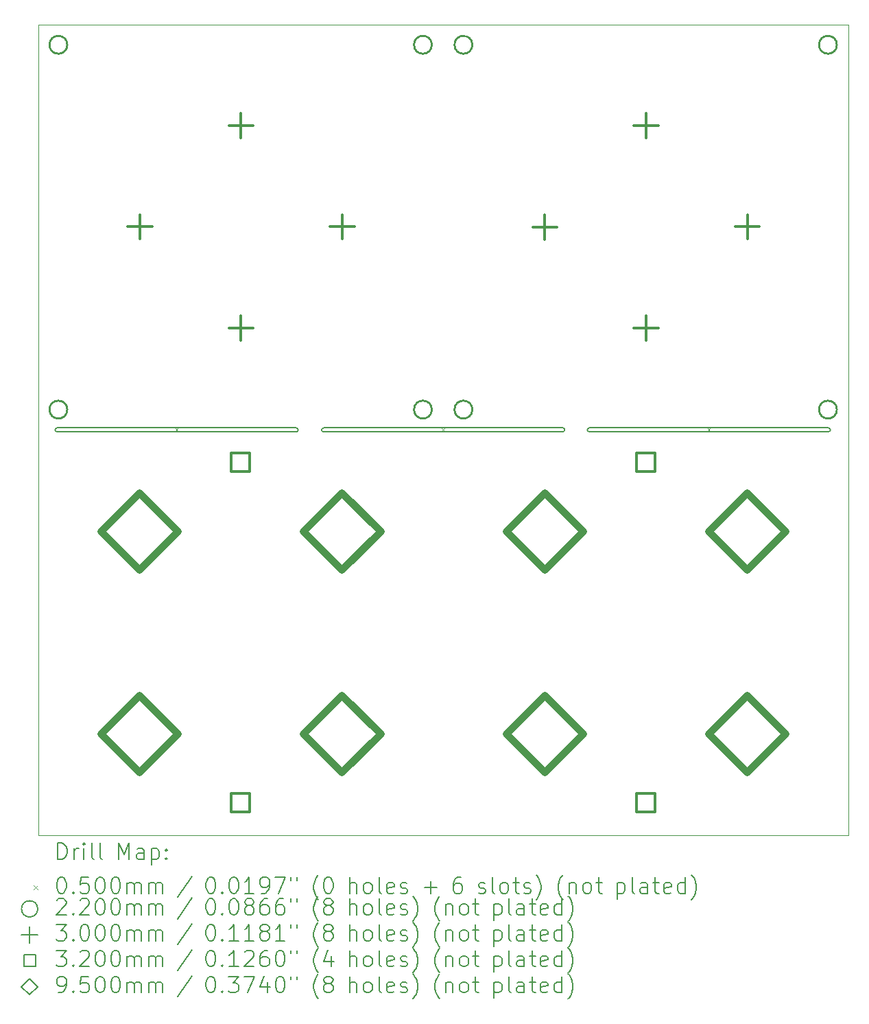
<source format=gbr>
%TF.GenerationSoftware,KiCad,Pcbnew,(7.0.0)*%
%TF.CreationDate,2023-05-19T01:57:26+02:00*%
%TF.ProjectId,Pad,5061642e-6b69-4636-9164-5f7063625858,rev?*%
%TF.SameCoordinates,Original*%
%TF.FileFunction,Drillmap*%
%TF.FilePolarity,Positive*%
%FSLAX45Y45*%
G04 Gerber Fmt 4.5, Leading zero omitted, Abs format (unit mm)*
G04 Created by KiCad (PCBNEW (7.0.0)) date 2023-05-19 01:57:26*
%MOMM*%
%LPD*%
G01*
G04 APERTURE LIST*
%ADD10C,0.100000*%
%ADD11C,0.200000*%
%ADD12C,0.050000*%
%ADD13C,0.220000*%
%ADD14C,0.300000*%
%ADD15C,0.320000*%
%ADD16C,0.950000*%
G04 APERTURE END LIST*
D10*
X16100000Y-28700000D02*
X6100000Y-28700000D01*
X6100000Y-18700000D01*
X16100000Y-18700000D01*
X16100000Y-28700000D01*
D11*
D12*
X7785000Y-23675000D02*
X7835000Y-23725000D01*
X7835000Y-23675000D02*
X7785000Y-23725000D01*
D11*
X6335000Y-23725000D02*
X9285000Y-23725000D01*
X9285000Y-23725000D02*
G75*
G03*
X9285000Y-23675000I0J25000D01*
G01*
X9285000Y-23675000D02*
X6335000Y-23675000D01*
X6335000Y-23675000D02*
G75*
G03*
X6335000Y-23725000I0J-25000D01*
G01*
D12*
X7785000Y-23675000D02*
X7835000Y-23725000D01*
X7835000Y-23675000D02*
X7785000Y-23725000D01*
D11*
X6335000Y-23725000D02*
X9285000Y-23725000D01*
X9285000Y-23725000D02*
G75*
G03*
X9285000Y-23675000I0J25000D01*
G01*
X9285000Y-23675000D02*
X6335000Y-23675000D01*
X6335000Y-23675000D02*
G75*
G03*
X6335000Y-23725000I0J-25000D01*
G01*
D12*
X11075160Y-23674840D02*
X11125160Y-23724840D01*
X11125160Y-23674840D02*
X11075160Y-23724840D01*
D11*
X9625160Y-23724840D02*
X12575160Y-23724840D01*
X12575160Y-23724840D02*
G75*
G03*
X12575160Y-23674840I0J25000D01*
G01*
X12575160Y-23674840D02*
X9625160Y-23674840D01*
X9625160Y-23674840D02*
G75*
G03*
X9625160Y-23724840I0J-25000D01*
G01*
D12*
X11075160Y-23674840D02*
X11125160Y-23724840D01*
X11125160Y-23674840D02*
X11075160Y-23724840D01*
D11*
X9625160Y-23724840D02*
X12575160Y-23724840D01*
X12575160Y-23724840D02*
G75*
G03*
X12575160Y-23674840I0J25000D01*
G01*
X12575160Y-23674840D02*
X9625160Y-23674840D01*
X9625160Y-23674840D02*
G75*
G03*
X9625160Y-23724840I0J-25000D01*
G01*
D12*
X14355000Y-23675000D02*
X14405000Y-23725000D01*
X14405000Y-23675000D02*
X14355000Y-23725000D01*
D11*
X12905000Y-23725000D02*
X15855000Y-23725000D01*
X15855000Y-23725000D02*
G75*
G03*
X15855000Y-23675000I0J25000D01*
G01*
X15855000Y-23675000D02*
X12905000Y-23675000D01*
X12905000Y-23675000D02*
G75*
G03*
X12905000Y-23725000I0J-25000D01*
G01*
D12*
X14355000Y-23675000D02*
X14405000Y-23725000D01*
X14405000Y-23675000D02*
X14355000Y-23725000D01*
D11*
X12905000Y-23725000D02*
X15855000Y-23725000D01*
X15855000Y-23725000D02*
G75*
G03*
X15855000Y-23675000I0J25000D01*
G01*
X15855000Y-23675000D02*
X12905000Y-23675000D01*
X12905000Y-23675000D02*
G75*
G03*
X12905000Y-23725000I0J-25000D01*
G01*
D13*
X6460000Y-18950000D02*
G75*
G03*
X6460000Y-18950000I-110000J0D01*
G01*
X6460000Y-23450000D02*
G75*
G03*
X6460000Y-23450000I-110000J0D01*
G01*
X10960000Y-18950000D02*
G75*
G03*
X10960000Y-18950000I-110000J0D01*
G01*
X10960000Y-23450000D02*
G75*
G03*
X10960000Y-23450000I-110000J0D01*
G01*
X11460000Y-18950000D02*
G75*
G03*
X11460000Y-18950000I-110000J0D01*
G01*
X11460000Y-23450000D02*
G75*
G03*
X11460000Y-23450000I-110000J0D01*
G01*
X15960000Y-18950000D02*
G75*
G03*
X15960000Y-18950000I-110000J0D01*
G01*
X15960000Y-23450000D02*
G75*
G03*
X15960000Y-23450000I-110000J0D01*
G01*
D14*
X7355970Y-21043970D02*
X7355970Y-21343970D01*
X7205970Y-21193970D02*
X7505970Y-21193970D01*
X8605000Y-19795000D02*
X8605000Y-20095000D01*
X8455000Y-19945000D02*
X8755000Y-19945000D01*
X8605000Y-22295000D02*
X8605000Y-22595000D01*
X8455000Y-22445000D02*
X8755000Y-22445000D01*
X9855000Y-21045000D02*
X9855000Y-21345000D01*
X9705000Y-21195000D02*
X10005000Y-21195000D01*
X12355000Y-21050000D02*
X12355000Y-21350000D01*
X12205000Y-21200000D02*
X12505000Y-21200000D01*
X13605000Y-19795000D02*
X13605000Y-20095000D01*
X13455000Y-19945000D02*
X13755000Y-19945000D01*
X13605000Y-22295000D02*
X13605000Y-22595000D01*
X13455000Y-22445000D02*
X13755000Y-22445000D01*
X14855000Y-21045000D02*
X14855000Y-21345000D01*
X14705000Y-21195000D02*
X15005000Y-21195000D01*
D15*
X8713138Y-24213138D02*
X8713138Y-23986862D01*
X8486862Y-23986862D01*
X8486862Y-24213138D01*
X8713138Y-24213138D01*
X8713138Y-28413138D02*
X8713138Y-28186862D01*
X8486862Y-28186862D01*
X8486862Y-28413138D01*
X8713138Y-28413138D01*
X13713138Y-24213138D02*
X13713138Y-23986862D01*
X13486862Y-23986862D01*
X13486862Y-24213138D01*
X13713138Y-24213138D01*
X13713138Y-28413138D02*
X13713138Y-28186862D01*
X13486862Y-28186862D01*
X13486862Y-28413138D01*
X13713138Y-28413138D01*
D16*
X7350000Y-25425000D02*
X7825000Y-24950000D01*
X7350000Y-24475000D01*
X6875000Y-24950000D01*
X7350000Y-25425000D01*
X7350000Y-27925000D02*
X7825000Y-27450000D01*
X7350000Y-26975000D01*
X6875000Y-27450000D01*
X7350000Y-27925000D01*
X9850000Y-25425000D02*
X10325000Y-24950000D01*
X9850000Y-24475000D01*
X9375000Y-24950000D01*
X9850000Y-25425000D01*
X9850000Y-27925000D02*
X10325000Y-27450000D01*
X9850000Y-26975000D01*
X9375000Y-27450000D01*
X9850000Y-27925000D01*
X12350000Y-25425000D02*
X12825000Y-24950000D01*
X12350000Y-24475000D01*
X11875000Y-24950000D01*
X12350000Y-25425000D01*
X12350000Y-27925000D02*
X12825000Y-27450000D01*
X12350000Y-26975000D01*
X11875000Y-27450000D01*
X12350000Y-27925000D01*
X14850000Y-25425000D02*
X15325000Y-24950000D01*
X14850000Y-24475000D01*
X14375000Y-24950000D01*
X14850000Y-25425000D01*
X14850000Y-27925000D02*
X15325000Y-27450000D01*
X14850000Y-26975000D01*
X14375000Y-27450000D01*
X14850000Y-27925000D01*
D11*
X6342619Y-28998476D02*
X6342619Y-28798476D01*
X6342619Y-28798476D02*
X6390238Y-28798476D01*
X6390238Y-28798476D02*
X6418809Y-28808000D01*
X6418809Y-28808000D02*
X6437857Y-28827048D01*
X6437857Y-28827048D02*
X6447381Y-28846095D01*
X6447381Y-28846095D02*
X6456905Y-28884190D01*
X6456905Y-28884190D02*
X6456905Y-28912762D01*
X6456905Y-28912762D02*
X6447381Y-28950857D01*
X6447381Y-28950857D02*
X6437857Y-28969905D01*
X6437857Y-28969905D02*
X6418809Y-28988952D01*
X6418809Y-28988952D02*
X6390238Y-28998476D01*
X6390238Y-28998476D02*
X6342619Y-28998476D01*
X6542619Y-28998476D02*
X6542619Y-28865143D01*
X6542619Y-28903238D02*
X6552143Y-28884190D01*
X6552143Y-28884190D02*
X6561667Y-28874667D01*
X6561667Y-28874667D02*
X6580714Y-28865143D01*
X6580714Y-28865143D02*
X6599762Y-28865143D01*
X6666428Y-28998476D02*
X6666428Y-28865143D01*
X6666428Y-28798476D02*
X6656905Y-28808000D01*
X6656905Y-28808000D02*
X6666428Y-28817524D01*
X6666428Y-28817524D02*
X6675952Y-28808000D01*
X6675952Y-28808000D02*
X6666428Y-28798476D01*
X6666428Y-28798476D02*
X6666428Y-28817524D01*
X6790238Y-28998476D02*
X6771190Y-28988952D01*
X6771190Y-28988952D02*
X6761667Y-28969905D01*
X6761667Y-28969905D02*
X6761667Y-28798476D01*
X6895000Y-28998476D02*
X6875952Y-28988952D01*
X6875952Y-28988952D02*
X6866428Y-28969905D01*
X6866428Y-28969905D02*
X6866428Y-28798476D01*
X7091190Y-28998476D02*
X7091190Y-28798476D01*
X7091190Y-28798476D02*
X7157857Y-28941333D01*
X7157857Y-28941333D02*
X7224524Y-28798476D01*
X7224524Y-28798476D02*
X7224524Y-28998476D01*
X7405476Y-28998476D02*
X7405476Y-28893714D01*
X7405476Y-28893714D02*
X7395952Y-28874667D01*
X7395952Y-28874667D02*
X7376905Y-28865143D01*
X7376905Y-28865143D02*
X7338809Y-28865143D01*
X7338809Y-28865143D02*
X7319762Y-28874667D01*
X7405476Y-28988952D02*
X7386428Y-28998476D01*
X7386428Y-28998476D02*
X7338809Y-28998476D01*
X7338809Y-28998476D02*
X7319762Y-28988952D01*
X7319762Y-28988952D02*
X7310238Y-28969905D01*
X7310238Y-28969905D02*
X7310238Y-28950857D01*
X7310238Y-28950857D02*
X7319762Y-28931809D01*
X7319762Y-28931809D02*
X7338809Y-28922286D01*
X7338809Y-28922286D02*
X7386428Y-28922286D01*
X7386428Y-28922286D02*
X7405476Y-28912762D01*
X7500714Y-28865143D02*
X7500714Y-29065143D01*
X7500714Y-28874667D02*
X7519762Y-28865143D01*
X7519762Y-28865143D02*
X7557857Y-28865143D01*
X7557857Y-28865143D02*
X7576905Y-28874667D01*
X7576905Y-28874667D02*
X7586428Y-28884190D01*
X7586428Y-28884190D02*
X7595952Y-28903238D01*
X7595952Y-28903238D02*
X7595952Y-28960381D01*
X7595952Y-28960381D02*
X7586428Y-28979428D01*
X7586428Y-28979428D02*
X7576905Y-28988952D01*
X7576905Y-28988952D02*
X7557857Y-28998476D01*
X7557857Y-28998476D02*
X7519762Y-28998476D01*
X7519762Y-28998476D02*
X7500714Y-28988952D01*
X7681667Y-28979428D02*
X7691190Y-28988952D01*
X7691190Y-28988952D02*
X7681667Y-28998476D01*
X7681667Y-28998476D02*
X7672143Y-28988952D01*
X7672143Y-28988952D02*
X7681667Y-28979428D01*
X7681667Y-28979428D02*
X7681667Y-28998476D01*
X7681667Y-28874667D02*
X7691190Y-28884190D01*
X7691190Y-28884190D02*
X7681667Y-28893714D01*
X7681667Y-28893714D02*
X7672143Y-28884190D01*
X7672143Y-28884190D02*
X7681667Y-28874667D01*
X7681667Y-28874667D02*
X7681667Y-28893714D01*
D12*
X6045000Y-29320000D02*
X6095000Y-29370000D01*
X6095000Y-29320000D02*
X6045000Y-29370000D01*
D11*
X6380714Y-29218476D02*
X6399762Y-29218476D01*
X6399762Y-29218476D02*
X6418809Y-29228000D01*
X6418809Y-29228000D02*
X6428333Y-29237524D01*
X6428333Y-29237524D02*
X6437857Y-29256571D01*
X6437857Y-29256571D02*
X6447381Y-29294667D01*
X6447381Y-29294667D02*
X6447381Y-29342286D01*
X6447381Y-29342286D02*
X6437857Y-29380381D01*
X6437857Y-29380381D02*
X6428333Y-29399428D01*
X6428333Y-29399428D02*
X6418809Y-29408952D01*
X6418809Y-29408952D02*
X6399762Y-29418476D01*
X6399762Y-29418476D02*
X6380714Y-29418476D01*
X6380714Y-29418476D02*
X6361667Y-29408952D01*
X6361667Y-29408952D02*
X6352143Y-29399428D01*
X6352143Y-29399428D02*
X6342619Y-29380381D01*
X6342619Y-29380381D02*
X6333095Y-29342286D01*
X6333095Y-29342286D02*
X6333095Y-29294667D01*
X6333095Y-29294667D02*
X6342619Y-29256571D01*
X6342619Y-29256571D02*
X6352143Y-29237524D01*
X6352143Y-29237524D02*
X6361667Y-29228000D01*
X6361667Y-29228000D02*
X6380714Y-29218476D01*
X6533095Y-29399428D02*
X6542619Y-29408952D01*
X6542619Y-29408952D02*
X6533095Y-29418476D01*
X6533095Y-29418476D02*
X6523571Y-29408952D01*
X6523571Y-29408952D02*
X6533095Y-29399428D01*
X6533095Y-29399428D02*
X6533095Y-29418476D01*
X6723571Y-29218476D02*
X6628333Y-29218476D01*
X6628333Y-29218476D02*
X6618809Y-29313714D01*
X6618809Y-29313714D02*
X6628333Y-29304190D01*
X6628333Y-29304190D02*
X6647381Y-29294667D01*
X6647381Y-29294667D02*
X6695000Y-29294667D01*
X6695000Y-29294667D02*
X6714048Y-29304190D01*
X6714048Y-29304190D02*
X6723571Y-29313714D01*
X6723571Y-29313714D02*
X6733095Y-29332762D01*
X6733095Y-29332762D02*
X6733095Y-29380381D01*
X6733095Y-29380381D02*
X6723571Y-29399428D01*
X6723571Y-29399428D02*
X6714048Y-29408952D01*
X6714048Y-29408952D02*
X6695000Y-29418476D01*
X6695000Y-29418476D02*
X6647381Y-29418476D01*
X6647381Y-29418476D02*
X6628333Y-29408952D01*
X6628333Y-29408952D02*
X6618809Y-29399428D01*
X6856905Y-29218476D02*
X6875952Y-29218476D01*
X6875952Y-29218476D02*
X6895000Y-29228000D01*
X6895000Y-29228000D02*
X6904524Y-29237524D01*
X6904524Y-29237524D02*
X6914048Y-29256571D01*
X6914048Y-29256571D02*
X6923571Y-29294667D01*
X6923571Y-29294667D02*
X6923571Y-29342286D01*
X6923571Y-29342286D02*
X6914048Y-29380381D01*
X6914048Y-29380381D02*
X6904524Y-29399428D01*
X6904524Y-29399428D02*
X6895000Y-29408952D01*
X6895000Y-29408952D02*
X6875952Y-29418476D01*
X6875952Y-29418476D02*
X6856905Y-29418476D01*
X6856905Y-29418476D02*
X6837857Y-29408952D01*
X6837857Y-29408952D02*
X6828333Y-29399428D01*
X6828333Y-29399428D02*
X6818809Y-29380381D01*
X6818809Y-29380381D02*
X6809286Y-29342286D01*
X6809286Y-29342286D02*
X6809286Y-29294667D01*
X6809286Y-29294667D02*
X6818809Y-29256571D01*
X6818809Y-29256571D02*
X6828333Y-29237524D01*
X6828333Y-29237524D02*
X6837857Y-29228000D01*
X6837857Y-29228000D02*
X6856905Y-29218476D01*
X7047381Y-29218476D02*
X7066429Y-29218476D01*
X7066429Y-29218476D02*
X7085476Y-29228000D01*
X7085476Y-29228000D02*
X7095000Y-29237524D01*
X7095000Y-29237524D02*
X7104524Y-29256571D01*
X7104524Y-29256571D02*
X7114048Y-29294667D01*
X7114048Y-29294667D02*
X7114048Y-29342286D01*
X7114048Y-29342286D02*
X7104524Y-29380381D01*
X7104524Y-29380381D02*
X7095000Y-29399428D01*
X7095000Y-29399428D02*
X7085476Y-29408952D01*
X7085476Y-29408952D02*
X7066429Y-29418476D01*
X7066429Y-29418476D02*
X7047381Y-29418476D01*
X7047381Y-29418476D02*
X7028333Y-29408952D01*
X7028333Y-29408952D02*
X7018809Y-29399428D01*
X7018809Y-29399428D02*
X7009286Y-29380381D01*
X7009286Y-29380381D02*
X6999762Y-29342286D01*
X6999762Y-29342286D02*
X6999762Y-29294667D01*
X6999762Y-29294667D02*
X7009286Y-29256571D01*
X7009286Y-29256571D02*
X7018809Y-29237524D01*
X7018809Y-29237524D02*
X7028333Y-29228000D01*
X7028333Y-29228000D02*
X7047381Y-29218476D01*
X7199762Y-29418476D02*
X7199762Y-29285143D01*
X7199762Y-29304190D02*
X7209286Y-29294667D01*
X7209286Y-29294667D02*
X7228333Y-29285143D01*
X7228333Y-29285143D02*
X7256905Y-29285143D01*
X7256905Y-29285143D02*
X7275952Y-29294667D01*
X7275952Y-29294667D02*
X7285476Y-29313714D01*
X7285476Y-29313714D02*
X7285476Y-29418476D01*
X7285476Y-29313714D02*
X7295000Y-29294667D01*
X7295000Y-29294667D02*
X7314048Y-29285143D01*
X7314048Y-29285143D02*
X7342619Y-29285143D01*
X7342619Y-29285143D02*
X7361667Y-29294667D01*
X7361667Y-29294667D02*
X7371190Y-29313714D01*
X7371190Y-29313714D02*
X7371190Y-29418476D01*
X7466429Y-29418476D02*
X7466429Y-29285143D01*
X7466429Y-29304190D02*
X7475952Y-29294667D01*
X7475952Y-29294667D02*
X7495000Y-29285143D01*
X7495000Y-29285143D02*
X7523571Y-29285143D01*
X7523571Y-29285143D02*
X7542619Y-29294667D01*
X7542619Y-29294667D02*
X7552143Y-29313714D01*
X7552143Y-29313714D02*
X7552143Y-29418476D01*
X7552143Y-29313714D02*
X7561667Y-29294667D01*
X7561667Y-29294667D02*
X7580714Y-29285143D01*
X7580714Y-29285143D02*
X7609286Y-29285143D01*
X7609286Y-29285143D02*
X7628333Y-29294667D01*
X7628333Y-29294667D02*
X7637857Y-29313714D01*
X7637857Y-29313714D02*
X7637857Y-29418476D01*
X7995952Y-29208952D02*
X7824524Y-29466095D01*
X8220714Y-29218476D02*
X8239762Y-29218476D01*
X8239762Y-29218476D02*
X8258810Y-29228000D01*
X8258810Y-29228000D02*
X8268333Y-29237524D01*
X8268333Y-29237524D02*
X8277857Y-29256571D01*
X8277857Y-29256571D02*
X8287381Y-29294667D01*
X8287381Y-29294667D02*
X8287381Y-29342286D01*
X8287381Y-29342286D02*
X8277857Y-29380381D01*
X8277857Y-29380381D02*
X8268333Y-29399428D01*
X8268333Y-29399428D02*
X8258810Y-29408952D01*
X8258810Y-29408952D02*
X8239762Y-29418476D01*
X8239762Y-29418476D02*
X8220714Y-29418476D01*
X8220714Y-29418476D02*
X8201667Y-29408952D01*
X8201667Y-29408952D02*
X8192143Y-29399428D01*
X8192143Y-29399428D02*
X8182619Y-29380381D01*
X8182619Y-29380381D02*
X8173095Y-29342286D01*
X8173095Y-29342286D02*
X8173095Y-29294667D01*
X8173095Y-29294667D02*
X8182619Y-29256571D01*
X8182619Y-29256571D02*
X8192143Y-29237524D01*
X8192143Y-29237524D02*
X8201667Y-29228000D01*
X8201667Y-29228000D02*
X8220714Y-29218476D01*
X8373095Y-29399428D02*
X8382619Y-29408952D01*
X8382619Y-29408952D02*
X8373095Y-29418476D01*
X8373095Y-29418476D02*
X8363571Y-29408952D01*
X8363571Y-29408952D02*
X8373095Y-29399428D01*
X8373095Y-29399428D02*
X8373095Y-29418476D01*
X8506429Y-29218476D02*
X8525476Y-29218476D01*
X8525476Y-29218476D02*
X8544524Y-29228000D01*
X8544524Y-29228000D02*
X8554048Y-29237524D01*
X8554048Y-29237524D02*
X8563572Y-29256571D01*
X8563572Y-29256571D02*
X8573095Y-29294667D01*
X8573095Y-29294667D02*
X8573095Y-29342286D01*
X8573095Y-29342286D02*
X8563572Y-29380381D01*
X8563572Y-29380381D02*
X8554048Y-29399428D01*
X8554048Y-29399428D02*
X8544524Y-29408952D01*
X8544524Y-29408952D02*
X8525476Y-29418476D01*
X8525476Y-29418476D02*
X8506429Y-29418476D01*
X8506429Y-29418476D02*
X8487381Y-29408952D01*
X8487381Y-29408952D02*
X8477857Y-29399428D01*
X8477857Y-29399428D02*
X8468333Y-29380381D01*
X8468333Y-29380381D02*
X8458810Y-29342286D01*
X8458810Y-29342286D02*
X8458810Y-29294667D01*
X8458810Y-29294667D02*
X8468333Y-29256571D01*
X8468333Y-29256571D02*
X8477857Y-29237524D01*
X8477857Y-29237524D02*
X8487381Y-29228000D01*
X8487381Y-29228000D02*
X8506429Y-29218476D01*
X8763572Y-29418476D02*
X8649286Y-29418476D01*
X8706429Y-29418476D02*
X8706429Y-29218476D01*
X8706429Y-29218476D02*
X8687381Y-29247048D01*
X8687381Y-29247048D02*
X8668333Y-29266095D01*
X8668333Y-29266095D02*
X8649286Y-29275619D01*
X8858810Y-29418476D02*
X8896905Y-29418476D01*
X8896905Y-29418476D02*
X8915953Y-29408952D01*
X8915953Y-29408952D02*
X8925476Y-29399428D01*
X8925476Y-29399428D02*
X8944524Y-29370857D01*
X8944524Y-29370857D02*
X8954048Y-29332762D01*
X8954048Y-29332762D02*
X8954048Y-29256571D01*
X8954048Y-29256571D02*
X8944524Y-29237524D01*
X8944524Y-29237524D02*
X8935000Y-29228000D01*
X8935000Y-29228000D02*
X8915953Y-29218476D01*
X8915953Y-29218476D02*
X8877857Y-29218476D01*
X8877857Y-29218476D02*
X8858810Y-29228000D01*
X8858810Y-29228000D02*
X8849286Y-29237524D01*
X8849286Y-29237524D02*
X8839762Y-29256571D01*
X8839762Y-29256571D02*
X8839762Y-29304190D01*
X8839762Y-29304190D02*
X8849286Y-29323238D01*
X8849286Y-29323238D02*
X8858810Y-29332762D01*
X8858810Y-29332762D02*
X8877857Y-29342286D01*
X8877857Y-29342286D02*
X8915953Y-29342286D01*
X8915953Y-29342286D02*
X8935000Y-29332762D01*
X8935000Y-29332762D02*
X8944524Y-29323238D01*
X8944524Y-29323238D02*
X8954048Y-29304190D01*
X9020714Y-29218476D02*
X9154048Y-29218476D01*
X9154048Y-29218476D02*
X9068333Y-29418476D01*
X9220714Y-29218476D02*
X9220714Y-29256571D01*
X9296905Y-29218476D02*
X9296905Y-29256571D01*
X9559762Y-29494667D02*
X9550238Y-29485143D01*
X9550238Y-29485143D02*
X9531191Y-29456571D01*
X9531191Y-29456571D02*
X9521667Y-29437524D01*
X9521667Y-29437524D02*
X9512143Y-29408952D01*
X9512143Y-29408952D02*
X9502619Y-29361333D01*
X9502619Y-29361333D02*
X9502619Y-29323238D01*
X9502619Y-29323238D02*
X9512143Y-29275619D01*
X9512143Y-29275619D02*
X9521667Y-29247048D01*
X9521667Y-29247048D02*
X9531191Y-29228000D01*
X9531191Y-29228000D02*
X9550238Y-29199428D01*
X9550238Y-29199428D02*
X9559762Y-29189905D01*
X9674048Y-29218476D02*
X9693095Y-29218476D01*
X9693095Y-29218476D02*
X9712143Y-29228000D01*
X9712143Y-29228000D02*
X9721667Y-29237524D01*
X9721667Y-29237524D02*
X9731191Y-29256571D01*
X9731191Y-29256571D02*
X9740714Y-29294667D01*
X9740714Y-29294667D02*
X9740714Y-29342286D01*
X9740714Y-29342286D02*
X9731191Y-29380381D01*
X9731191Y-29380381D02*
X9721667Y-29399428D01*
X9721667Y-29399428D02*
X9712143Y-29408952D01*
X9712143Y-29408952D02*
X9693095Y-29418476D01*
X9693095Y-29418476D02*
X9674048Y-29418476D01*
X9674048Y-29418476D02*
X9655000Y-29408952D01*
X9655000Y-29408952D02*
X9645476Y-29399428D01*
X9645476Y-29399428D02*
X9635953Y-29380381D01*
X9635953Y-29380381D02*
X9626429Y-29342286D01*
X9626429Y-29342286D02*
X9626429Y-29294667D01*
X9626429Y-29294667D02*
X9635953Y-29256571D01*
X9635953Y-29256571D02*
X9645476Y-29237524D01*
X9645476Y-29237524D02*
X9655000Y-29228000D01*
X9655000Y-29228000D02*
X9674048Y-29218476D01*
X9946429Y-29418476D02*
X9946429Y-29218476D01*
X10032143Y-29418476D02*
X10032143Y-29313714D01*
X10032143Y-29313714D02*
X10022619Y-29294667D01*
X10022619Y-29294667D02*
X10003572Y-29285143D01*
X10003572Y-29285143D02*
X9975000Y-29285143D01*
X9975000Y-29285143D02*
X9955953Y-29294667D01*
X9955953Y-29294667D02*
X9946429Y-29304190D01*
X10155953Y-29418476D02*
X10136905Y-29408952D01*
X10136905Y-29408952D02*
X10127381Y-29399428D01*
X10127381Y-29399428D02*
X10117857Y-29380381D01*
X10117857Y-29380381D02*
X10117857Y-29323238D01*
X10117857Y-29323238D02*
X10127381Y-29304190D01*
X10127381Y-29304190D02*
X10136905Y-29294667D01*
X10136905Y-29294667D02*
X10155953Y-29285143D01*
X10155953Y-29285143D02*
X10184524Y-29285143D01*
X10184524Y-29285143D02*
X10203572Y-29294667D01*
X10203572Y-29294667D02*
X10213095Y-29304190D01*
X10213095Y-29304190D02*
X10222619Y-29323238D01*
X10222619Y-29323238D02*
X10222619Y-29380381D01*
X10222619Y-29380381D02*
X10213095Y-29399428D01*
X10213095Y-29399428D02*
X10203572Y-29408952D01*
X10203572Y-29408952D02*
X10184524Y-29418476D01*
X10184524Y-29418476D02*
X10155953Y-29418476D01*
X10336905Y-29418476D02*
X10317857Y-29408952D01*
X10317857Y-29408952D02*
X10308334Y-29389905D01*
X10308334Y-29389905D02*
X10308334Y-29218476D01*
X10489286Y-29408952D02*
X10470238Y-29418476D01*
X10470238Y-29418476D02*
X10432143Y-29418476D01*
X10432143Y-29418476D02*
X10413095Y-29408952D01*
X10413095Y-29408952D02*
X10403572Y-29389905D01*
X10403572Y-29389905D02*
X10403572Y-29313714D01*
X10403572Y-29313714D02*
X10413095Y-29294667D01*
X10413095Y-29294667D02*
X10432143Y-29285143D01*
X10432143Y-29285143D02*
X10470238Y-29285143D01*
X10470238Y-29285143D02*
X10489286Y-29294667D01*
X10489286Y-29294667D02*
X10498810Y-29313714D01*
X10498810Y-29313714D02*
X10498810Y-29332762D01*
X10498810Y-29332762D02*
X10403572Y-29351809D01*
X10575000Y-29408952D02*
X10594048Y-29418476D01*
X10594048Y-29418476D02*
X10632143Y-29418476D01*
X10632143Y-29418476D02*
X10651191Y-29408952D01*
X10651191Y-29408952D02*
X10660715Y-29389905D01*
X10660715Y-29389905D02*
X10660715Y-29380381D01*
X10660715Y-29380381D02*
X10651191Y-29361333D01*
X10651191Y-29361333D02*
X10632143Y-29351809D01*
X10632143Y-29351809D02*
X10603572Y-29351809D01*
X10603572Y-29351809D02*
X10584524Y-29342286D01*
X10584524Y-29342286D02*
X10575000Y-29323238D01*
X10575000Y-29323238D02*
X10575000Y-29313714D01*
X10575000Y-29313714D02*
X10584524Y-29294667D01*
X10584524Y-29294667D02*
X10603572Y-29285143D01*
X10603572Y-29285143D02*
X10632143Y-29285143D01*
X10632143Y-29285143D02*
X10651191Y-29294667D01*
X10866429Y-29342286D02*
X11018810Y-29342286D01*
X10942619Y-29418476D02*
X10942619Y-29266095D01*
X11319762Y-29218476D02*
X11281667Y-29218476D01*
X11281667Y-29218476D02*
X11262619Y-29228000D01*
X11262619Y-29228000D02*
X11253095Y-29237524D01*
X11253095Y-29237524D02*
X11234048Y-29266095D01*
X11234048Y-29266095D02*
X11224524Y-29304190D01*
X11224524Y-29304190D02*
X11224524Y-29380381D01*
X11224524Y-29380381D02*
X11234048Y-29399428D01*
X11234048Y-29399428D02*
X11243572Y-29408952D01*
X11243572Y-29408952D02*
X11262619Y-29418476D01*
X11262619Y-29418476D02*
X11300714Y-29418476D01*
X11300714Y-29418476D02*
X11319762Y-29408952D01*
X11319762Y-29408952D02*
X11329286Y-29399428D01*
X11329286Y-29399428D02*
X11338810Y-29380381D01*
X11338810Y-29380381D02*
X11338810Y-29332762D01*
X11338810Y-29332762D02*
X11329286Y-29313714D01*
X11329286Y-29313714D02*
X11319762Y-29304190D01*
X11319762Y-29304190D02*
X11300714Y-29294667D01*
X11300714Y-29294667D02*
X11262619Y-29294667D01*
X11262619Y-29294667D02*
X11243572Y-29304190D01*
X11243572Y-29304190D02*
X11234048Y-29313714D01*
X11234048Y-29313714D02*
X11224524Y-29332762D01*
X11535000Y-29408952D02*
X11554048Y-29418476D01*
X11554048Y-29418476D02*
X11592143Y-29418476D01*
X11592143Y-29418476D02*
X11611191Y-29408952D01*
X11611191Y-29408952D02*
X11620714Y-29389905D01*
X11620714Y-29389905D02*
X11620714Y-29380381D01*
X11620714Y-29380381D02*
X11611191Y-29361333D01*
X11611191Y-29361333D02*
X11592143Y-29351809D01*
X11592143Y-29351809D02*
X11563572Y-29351809D01*
X11563572Y-29351809D02*
X11544524Y-29342286D01*
X11544524Y-29342286D02*
X11535000Y-29323238D01*
X11535000Y-29323238D02*
X11535000Y-29313714D01*
X11535000Y-29313714D02*
X11544524Y-29294667D01*
X11544524Y-29294667D02*
X11563572Y-29285143D01*
X11563572Y-29285143D02*
X11592143Y-29285143D01*
X11592143Y-29285143D02*
X11611191Y-29294667D01*
X11735000Y-29418476D02*
X11715953Y-29408952D01*
X11715953Y-29408952D02*
X11706429Y-29389905D01*
X11706429Y-29389905D02*
X11706429Y-29218476D01*
X11839762Y-29418476D02*
X11820714Y-29408952D01*
X11820714Y-29408952D02*
X11811191Y-29399428D01*
X11811191Y-29399428D02*
X11801667Y-29380381D01*
X11801667Y-29380381D02*
X11801667Y-29323238D01*
X11801667Y-29323238D02*
X11811191Y-29304190D01*
X11811191Y-29304190D02*
X11820714Y-29294667D01*
X11820714Y-29294667D02*
X11839762Y-29285143D01*
X11839762Y-29285143D02*
X11868334Y-29285143D01*
X11868334Y-29285143D02*
X11887381Y-29294667D01*
X11887381Y-29294667D02*
X11896905Y-29304190D01*
X11896905Y-29304190D02*
X11906429Y-29323238D01*
X11906429Y-29323238D02*
X11906429Y-29380381D01*
X11906429Y-29380381D02*
X11896905Y-29399428D01*
X11896905Y-29399428D02*
X11887381Y-29408952D01*
X11887381Y-29408952D02*
X11868334Y-29418476D01*
X11868334Y-29418476D02*
X11839762Y-29418476D01*
X11963572Y-29285143D02*
X12039762Y-29285143D01*
X11992143Y-29218476D02*
X11992143Y-29389905D01*
X11992143Y-29389905D02*
X12001667Y-29408952D01*
X12001667Y-29408952D02*
X12020714Y-29418476D01*
X12020714Y-29418476D02*
X12039762Y-29418476D01*
X12096905Y-29408952D02*
X12115953Y-29418476D01*
X12115953Y-29418476D02*
X12154048Y-29418476D01*
X12154048Y-29418476D02*
X12173095Y-29408952D01*
X12173095Y-29408952D02*
X12182619Y-29389905D01*
X12182619Y-29389905D02*
X12182619Y-29380381D01*
X12182619Y-29380381D02*
X12173095Y-29361333D01*
X12173095Y-29361333D02*
X12154048Y-29351809D01*
X12154048Y-29351809D02*
X12125476Y-29351809D01*
X12125476Y-29351809D02*
X12106429Y-29342286D01*
X12106429Y-29342286D02*
X12096905Y-29323238D01*
X12096905Y-29323238D02*
X12096905Y-29313714D01*
X12096905Y-29313714D02*
X12106429Y-29294667D01*
X12106429Y-29294667D02*
X12125476Y-29285143D01*
X12125476Y-29285143D02*
X12154048Y-29285143D01*
X12154048Y-29285143D02*
X12173095Y-29294667D01*
X12249286Y-29494667D02*
X12258810Y-29485143D01*
X12258810Y-29485143D02*
X12277857Y-29456571D01*
X12277857Y-29456571D02*
X12287381Y-29437524D01*
X12287381Y-29437524D02*
X12296905Y-29408952D01*
X12296905Y-29408952D02*
X12306429Y-29361333D01*
X12306429Y-29361333D02*
X12306429Y-29323238D01*
X12306429Y-29323238D02*
X12296905Y-29275619D01*
X12296905Y-29275619D02*
X12287381Y-29247048D01*
X12287381Y-29247048D02*
X12277857Y-29228000D01*
X12277857Y-29228000D02*
X12258810Y-29199428D01*
X12258810Y-29199428D02*
X12249286Y-29189905D01*
X12578810Y-29494667D02*
X12569286Y-29485143D01*
X12569286Y-29485143D02*
X12550238Y-29456571D01*
X12550238Y-29456571D02*
X12540714Y-29437524D01*
X12540714Y-29437524D02*
X12531191Y-29408952D01*
X12531191Y-29408952D02*
X12521667Y-29361333D01*
X12521667Y-29361333D02*
X12521667Y-29323238D01*
X12521667Y-29323238D02*
X12531191Y-29275619D01*
X12531191Y-29275619D02*
X12540714Y-29247048D01*
X12540714Y-29247048D02*
X12550238Y-29228000D01*
X12550238Y-29228000D02*
X12569286Y-29199428D01*
X12569286Y-29199428D02*
X12578810Y-29189905D01*
X12655000Y-29285143D02*
X12655000Y-29418476D01*
X12655000Y-29304190D02*
X12664524Y-29294667D01*
X12664524Y-29294667D02*
X12683572Y-29285143D01*
X12683572Y-29285143D02*
X12712143Y-29285143D01*
X12712143Y-29285143D02*
X12731191Y-29294667D01*
X12731191Y-29294667D02*
X12740714Y-29313714D01*
X12740714Y-29313714D02*
X12740714Y-29418476D01*
X12864524Y-29418476D02*
X12845476Y-29408952D01*
X12845476Y-29408952D02*
X12835953Y-29399428D01*
X12835953Y-29399428D02*
X12826429Y-29380381D01*
X12826429Y-29380381D02*
X12826429Y-29323238D01*
X12826429Y-29323238D02*
X12835953Y-29304190D01*
X12835953Y-29304190D02*
X12845476Y-29294667D01*
X12845476Y-29294667D02*
X12864524Y-29285143D01*
X12864524Y-29285143D02*
X12893095Y-29285143D01*
X12893095Y-29285143D02*
X12912143Y-29294667D01*
X12912143Y-29294667D02*
X12921667Y-29304190D01*
X12921667Y-29304190D02*
X12931191Y-29323238D01*
X12931191Y-29323238D02*
X12931191Y-29380381D01*
X12931191Y-29380381D02*
X12921667Y-29399428D01*
X12921667Y-29399428D02*
X12912143Y-29408952D01*
X12912143Y-29408952D02*
X12893095Y-29418476D01*
X12893095Y-29418476D02*
X12864524Y-29418476D01*
X12988334Y-29285143D02*
X13064524Y-29285143D01*
X13016905Y-29218476D02*
X13016905Y-29389905D01*
X13016905Y-29389905D02*
X13026429Y-29408952D01*
X13026429Y-29408952D02*
X13045476Y-29418476D01*
X13045476Y-29418476D02*
X13064524Y-29418476D01*
X13251191Y-29285143D02*
X13251191Y-29485143D01*
X13251191Y-29294667D02*
X13270238Y-29285143D01*
X13270238Y-29285143D02*
X13308334Y-29285143D01*
X13308334Y-29285143D02*
X13327381Y-29294667D01*
X13327381Y-29294667D02*
X13336905Y-29304190D01*
X13336905Y-29304190D02*
X13346429Y-29323238D01*
X13346429Y-29323238D02*
X13346429Y-29380381D01*
X13346429Y-29380381D02*
X13336905Y-29399428D01*
X13336905Y-29399428D02*
X13327381Y-29408952D01*
X13327381Y-29408952D02*
X13308334Y-29418476D01*
X13308334Y-29418476D02*
X13270238Y-29418476D01*
X13270238Y-29418476D02*
X13251191Y-29408952D01*
X13460714Y-29418476D02*
X13441667Y-29408952D01*
X13441667Y-29408952D02*
X13432143Y-29389905D01*
X13432143Y-29389905D02*
X13432143Y-29218476D01*
X13622619Y-29418476D02*
X13622619Y-29313714D01*
X13622619Y-29313714D02*
X13613095Y-29294667D01*
X13613095Y-29294667D02*
X13594048Y-29285143D01*
X13594048Y-29285143D02*
X13555953Y-29285143D01*
X13555953Y-29285143D02*
X13536905Y-29294667D01*
X13622619Y-29408952D02*
X13603572Y-29418476D01*
X13603572Y-29418476D02*
X13555953Y-29418476D01*
X13555953Y-29418476D02*
X13536905Y-29408952D01*
X13536905Y-29408952D02*
X13527381Y-29389905D01*
X13527381Y-29389905D02*
X13527381Y-29370857D01*
X13527381Y-29370857D02*
X13536905Y-29351809D01*
X13536905Y-29351809D02*
X13555953Y-29342286D01*
X13555953Y-29342286D02*
X13603572Y-29342286D01*
X13603572Y-29342286D02*
X13622619Y-29332762D01*
X13689286Y-29285143D02*
X13765476Y-29285143D01*
X13717857Y-29218476D02*
X13717857Y-29389905D01*
X13717857Y-29389905D02*
X13727381Y-29408952D01*
X13727381Y-29408952D02*
X13746429Y-29418476D01*
X13746429Y-29418476D02*
X13765476Y-29418476D01*
X13908334Y-29408952D02*
X13889286Y-29418476D01*
X13889286Y-29418476D02*
X13851191Y-29418476D01*
X13851191Y-29418476D02*
X13832143Y-29408952D01*
X13832143Y-29408952D02*
X13822619Y-29389905D01*
X13822619Y-29389905D02*
X13822619Y-29313714D01*
X13822619Y-29313714D02*
X13832143Y-29294667D01*
X13832143Y-29294667D02*
X13851191Y-29285143D01*
X13851191Y-29285143D02*
X13889286Y-29285143D01*
X13889286Y-29285143D02*
X13908334Y-29294667D01*
X13908334Y-29294667D02*
X13917857Y-29313714D01*
X13917857Y-29313714D02*
X13917857Y-29332762D01*
X13917857Y-29332762D02*
X13822619Y-29351809D01*
X14089286Y-29418476D02*
X14089286Y-29218476D01*
X14089286Y-29408952D02*
X14070238Y-29418476D01*
X14070238Y-29418476D02*
X14032143Y-29418476D01*
X14032143Y-29418476D02*
X14013095Y-29408952D01*
X14013095Y-29408952D02*
X14003572Y-29399428D01*
X14003572Y-29399428D02*
X13994048Y-29380381D01*
X13994048Y-29380381D02*
X13994048Y-29323238D01*
X13994048Y-29323238D02*
X14003572Y-29304190D01*
X14003572Y-29304190D02*
X14013095Y-29294667D01*
X14013095Y-29294667D02*
X14032143Y-29285143D01*
X14032143Y-29285143D02*
X14070238Y-29285143D01*
X14070238Y-29285143D02*
X14089286Y-29294667D01*
X14165476Y-29494667D02*
X14175000Y-29485143D01*
X14175000Y-29485143D02*
X14194048Y-29456571D01*
X14194048Y-29456571D02*
X14203572Y-29437524D01*
X14203572Y-29437524D02*
X14213095Y-29408952D01*
X14213095Y-29408952D02*
X14222619Y-29361333D01*
X14222619Y-29361333D02*
X14222619Y-29323238D01*
X14222619Y-29323238D02*
X14213095Y-29275619D01*
X14213095Y-29275619D02*
X14203572Y-29247048D01*
X14203572Y-29247048D02*
X14194048Y-29228000D01*
X14194048Y-29228000D02*
X14175000Y-29199428D01*
X14175000Y-29199428D02*
X14165476Y-29189905D01*
X6095000Y-29609000D02*
G75*
G03*
X6095000Y-29609000I-100000J0D01*
G01*
X6333095Y-29501524D02*
X6342619Y-29492000D01*
X6342619Y-29492000D02*
X6361667Y-29482476D01*
X6361667Y-29482476D02*
X6409286Y-29482476D01*
X6409286Y-29482476D02*
X6428333Y-29492000D01*
X6428333Y-29492000D02*
X6437857Y-29501524D01*
X6437857Y-29501524D02*
X6447381Y-29520571D01*
X6447381Y-29520571D02*
X6447381Y-29539619D01*
X6447381Y-29539619D02*
X6437857Y-29568190D01*
X6437857Y-29568190D02*
X6323571Y-29682476D01*
X6323571Y-29682476D02*
X6447381Y-29682476D01*
X6533095Y-29663428D02*
X6542619Y-29672952D01*
X6542619Y-29672952D02*
X6533095Y-29682476D01*
X6533095Y-29682476D02*
X6523571Y-29672952D01*
X6523571Y-29672952D02*
X6533095Y-29663428D01*
X6533095Y-29663428D02*
X6533095Y-29682476D01*
X6618809Y-29501524D02*
X6628333Y-29492000D01*
X6628333Y-29492000D02*
X6647381Y-29482476D01*
X6647381Y-29482476D02*
X6695000Y-29482476D01*
X6695000Y-29482476D02*
X6714048Y-29492000D01*
X6714048Y-29492000D02*
X6723571Y-29501524D01*
X6723571Y-29501524D02*
X6733095Y-29520571D01*
X6733095Y-29520571D02*
X6733095Y-29539619D01*
X6733095Y-29539619D02*
X6723571Y-29568190D01*
X6723571Y-29568190D02*
X6609286Y-29682476D01*
X6609286Y-29682476D02*
X6733095Y-29682476D01*
X6856905Y-29482476D02*
X6875952Y-29482476D01*
X6875952Y-29482476D02*
X6895000Y-29492000D01*
X6895000Y-29492000D02*
X6904524Y-29501524D01*
X6904524Y-29501524D02*
X6914048Y-29520571D01*
X6914048Y-29520571D02*
X6923571Y-29558667D01*
X6923571Y-29558667D02*
X6923571Y-29606286D01*
X6923571Y-29606286D02*
X6914048Y-29644381D01*
X6914048Y-29644381D02*
X6904524Y-29663428D01*
X6904524Y-29663428D02*
X6895000Y-29672952D01*
X6895000Y-29672952D02*
X6875952Y-29682476D01*
X6875952Y-29682476D02*
X6856905Y-29682476D01*
X6856905Y-29682476D02*
X6837857Y-29672952D01*
X6837857Y-29672952D02*
X6828333Y-29663428D01*
X6828333Y-29663428D02*
X6818809Y-29644381D01*
X6818809Y-29644381D02*
X6809286Y-29606286D01*
X6809286Y-29606286D02*
X6809286Y-29558667D01*
X6809286Y-29558667D02*
X6818809Y-29520571D01*
X6818809Y-29520571D02*
X6828333Y-29501524D01*
X6828333Y-29501524D02*
X6837857Y-29492000D01*
X6837857Y-29492000D02*
X6856905Y-29482476D01*
X7047381Y-29482476D02*
X7066429Y-29482476D01*
X7066429Y-29482476D02*
X7085476Y-29492000D01*
X7085476Y-29492000D02*
X7095000Y-29501524D01*
X7095000Y-29501524D02*
X7104524Y-29520571D01*
X7104524Y-29520571D02*
X7114048Y-29558667D01*
X7114048Y-29558667D02*
X7114048Y-29606286D01*
X7114048Y-29606286D02*
X7104524Y-29644381D01*
X7104524Y-29644381D02*
X7095000Y-29663428D01*
X7095000Y-29663428D02*
X7085476Y-29672952D01*
X7085476Y-29672952D02*
X7066429Y-29682476D01*
X7066429Y-29682476D02*
X7047381Y-29682476D01*
X7047381Y-29682476D02*
X7028333Y-29672952D01*
X7028333Y-29672952D02*
X7018809Y-29663428D01*
X7018809Y-29663428D02*
X7009286Y-29644381D01*
X7009286Y-29644381D02*
X6999762Y-29606286D01*
X6999762Y-29606286D02*
X6999762Y-29558667D01*
X6999762Y-29558667D02*
X7009286Y-29520571D01*
X7009286Y-29520571D02*
X7018809Y-29501524D01*
X7018809Y-29501524D02*
X7028333Y-29492000D01*
X7028333Y-29492000D02*
X7047381Y-29482476D01*
X7199762Y-29682476D02*
X7199762Y-29549143D01*
X7199762Y-29568190D02*
X7209286Y-29558667D01*
X7209286Y-29558667D02*
X7228333Y-29549143D01*
X7228333Y-29549143D02*
X7256905Y-29549143D01*
X7256905Y-29549143D02*
X7275952Y-29558667D01*
X7275952Y-29558667D02*
X7285476Y-29577714D01*
X7285476Y-29577714D02*
X7285476Y-29682476D01*
X7285476Y-29577714D02*
X7295000Y-29558667D01*
X7295000Y-29558667D02*
X7314048Y-29549143D01*
X7314048Y-29549143D02*
X7342619Y-29549143D01*
X7342619Y-29549143D02*
X7361667Y-29558667D01*
X7361667Y-29558667D02*
X7371190Y-29577714D01*
X7371190Y-29577714D02*
X7371190Y-29682476D01*
X7466429Y-29682476D02*
X7466429Y-29549143D01*
X7466429Y-29568190D02*
X7475952Y-29558667D01*
X7475952Y-29558667D02*
X7495000Y-29549143D01*
X7495000Y-29549143D02*
X7523571Y-29549143D01*
X7523571Y-29549143D02*
X7542619Y-29558667D01*
X7542619Y-29558667D02*
X7552143Y-29577714D01*
X7552143Y-29577714D02*
X7552143Y-29682476D01*
X7552143Y-29577714D02*
X7561667Y-29558667D01*
X7561667Y-29558667D02*
X7580714Y-29549143D01*
X7580714Y-29549143D02*
X7609286Y-29549143D01*
X7609286Y-29549143D02*
X7628333Y-29558667D01*
X7628333Y-29558667D02*
X7637857Y-29577714D01*
X7637857Y-29577714D02*
X7637857Y-29682476D01*
X7995952Y-29472952D02*
X7824524Y-29730095D01*
X8220714Y-29482476D02*
X8239762Y-29482476D01*
X8239762Y-29482476D02*
X8258810Y-29492000D01*
X8258810Y-29492000D02*
X8268333Y-29501524D01*
X8268333Y-29501524D02*
X8277857Y-29520571D01*
X8277857Y-29520571D02*
X8287381Y-29558667D01*
X8287381Y-29558667D02*
X8287381Y-29606286D01*
X8287381Y-29606286D02*
X8277857Y-29644381D01*
X8277857Y-29644381D02*
X8268333Y-29663428D01*
X8268333Y-29663428D02*
X8258810Y-29672952D01*
X8258810Y-29672952D02*
X8239762Y-29682476D01*
X8239762Y-29682476D02*
X8220714Y-29682476D01*
X8220714Y-29682476D02*
X8201667Y-29672952D01*
X8201667Y-29672952D02*
X8192143Y-29663428D01*
X8192143Y-29663428D02*
X8182619Y-29644381D01*
X8182619Y-29644381D02*
X8173095Y-29606286D01*
X8173095Y-29606286D02*
X8173095Y-29558667D01*
X8173095Y-29558667D02*
X8182619Y-29520571D01*
X8182619Y-29520571D02*
X8192143Y-29501524D01*
X8192143Y-29501524D02*
X8201667Y-29492000D01*
X8201667Y-29492000D02*
X8220714Y-29482476D01*
X8373095Y-29663428D02*
X8382619Y-29672952D01*
X8382619Y-29672952D02*
X8373095Y-29682476D01*
X8373095Y-29682476D02*
X8363571Y-29672952D01*
X8363571Y-29672952D02*
X8373095Y-29663428D01*
X8373095Y-29663428D02*
X8373095Y-29682476D01*
X8506429Y-29482476D02*
X8525476Y-29482476D01*
X8525476Y-29482476D02*
X8544524Y-29492000D01*
X8544524Y-29492000D02*
X8554048Y-29501524D01*
X8554048Y-29501524D02*
X8563572Y-29520571D01*
X8563572Y-29520571D02*
X8573095Y-29558667D01*
X8573095Y-29558667D02*
X8573095Y-29606286D01*
X8573095Y-29606286D02*
X8563572Y-29644381D01*
X8563572Y-29644381D02*
X8554048Y-29663428D01*
X8554048Y-29663428D02*
X8544524Y-29672952D01*
X8544524Y-29672952D02*
X8525476Y-29682476D01*
X8525476Y-29682476D02*
X8506429Y-29682476D01*
X8506429Y-29682476D02*
X8487381Y-29672952D01*
X8487381Y-29672952D02*
X8477857Y-29663428D01*
X8477857Y-29663428D02*
X8468333Y-29644381D01*
X8468333Y-29644381D02*
X8458810Y-29606286D01*
X8458810Y-29606286D02*
X8458810Y-29558667D01*
X8458810Y-29558667D02*
X8468333Y-29520571D01*
X8468333Y-29520571D02*
X8477857Y-29501524D01*
X8477857Y-29501524D02*
X8487381Y-29492000D01*
X8487381Y-29492000D02*
X8506429Y-29482476D01*
X8687381Y-29568190D02*
X8668333Y-29558667D01*
X8668333Y-29558667D02*
X8658810Y-29549143D01*
X8658810Y-29549143D02*
X8649286Y-29530095D01*
X8649286Y-29530095D02*
X8649286Y-29520571D01*
X8649286Y-29520571D02*
X8658810Y-29501524D01*
X8658810Y-29501524D02*
X8668333Y-29492000D01*
X8668333Y-29492000D02*
X8687381Y-29482476D01*
X8687381Y-29482476D02*
X8725476Y-29482476D01*
X8725476Y-29482476D02*
X8744524Y-29492000D01*
X8744524Y-29492000D02*
X8754048Y-29501524D01*
X8754048Y-29501524D02*
X8763572Y-29520571D01*
X8763572Y-29520571D02*
X8763572Y-29530095D01*
X8763572Y-29530095D02*
X8754048Y-29549143D01*
X8754048Y-29549143D02*
X8744524Y-29558667D01*
X8744524Y-29558667D02*
X8725476Y-29568190D01*
X8725476Y-29568190D02*
X8687381Y-29568190D01*
X8687381Y-29568190D02*
X8668333Y-29577714D01*
X8668333Y-29577714D02*
X8658810Y-29587238D01*
X8658810Y-29587238D02*
X8649286Y-29606286D01*
X8649286Y-29606286D02*
X8649286Y-29644381D01*
X8649286Y-29644381D02*
X8658810Y-29663428D01*
X8658810Y-29663428D02*
X8668333Y-29672952D01*
X8668333Y-29672952D02*
X8687381Y-29682476D01*
X8687381Y-29682476D02*
X8725476Y-29682476D01*
X8725476Y-29682476D02*
X8744524Y-29672952D01*
X8744524Y-29672952D02*
X8754048Y-29663428D01*
X8754048Y-29663428D02*
X8763572Y-29644381D01*
X8763572Y-29644381D02*
X8763572Y-29606286D01*
X8763572Y-29606286D02*
X8754048Y-29587238D01*
X8754048Y-29587238D02*
X8744524Y-29577714D01*
X8744524Y-29577714D02*
X8725476Y-29568190D01*
X8935000Y-29482476D02*
X8896905Y-29482476D01*
X8896905Y-29482476D02*
X8877857Y-29492000D01*
X8877857Y-29492000D02*
X8868333Y-29501524D01*
X8868333Y-29501524D02*
X8849286Y-29530095D01*
X8849286Y-29530095D02*
X8839762Y-29568190D01*
X8839762Y-29568190D02*
X8839762Y-29644381D01*
X8839762Y-29644381D02*
X8849286Y-29663428D01*
X8849286Y-29663428D02*
X8858810Y-29672952D01*
X8858810Y-29672952D02*
X8877857Y-29682476D01*
X8877857Y-29682476D02*
X8915953Y-29682476D01*
X8915953Y-29682476D02*
X8935000Y-29672952D01*
X8935000Y-29672952D02*
X8944524Y-29663428D01*
X8944524Y-29663428D02*
X8954048Y-29644381D01*
X8954048Y-29644381D02*
X8954048Y-29596762D01*
X8954048Y-29596762D02*
X8944524Y-29577714D01*
X8944524Y-29577714D02*
X8935000Y-29568190D01*
X8935000Y-29568190D02*
X8915953Y-29558667D01*
X8915953Y-29558667D02*
X8877857Y-29558667D01*
X8877857Y-29558667D02*
X8858810Y-29568190D01*
X8858810Y-29568190D02*
X8849286Y-29577714D01*
X8849286Y-29577714D02*
X8839762Y-29596762D01*
X9125476Y-29482476D02*
X9087381Y-29482476D01*
X9087381Y-29482476D02*
X9068333Y-29492000D01*
X9068333Y-29492000D02*
X9058810Y-29501524D01*
X9058810Y-29501524D02*
X9039762Y-29530095D01*
X9039762Y-29530095D02*
X9030238Y-29568190D01*
X9030238Y-29568190D02*
X9030238Y-29644381D01*
X9030238Y-29644381D02*
X9039762Y-29663428D01*
X9039762Y-29663428D02*
X9049286Y-29672952D01*
X9049286Y-29672952D02*
X9068333Y-29682476D01*
X9068333Y-29682476D02*
X9106429Y-29682476D01*
X9106429Y-29682476D02*
X9125476Y-29672952D01*
X9125476Y-29672952D02*
X9135000Y-29663428D01*
X9135000Y-29663428D02*
X9144524Y-29644381D01*
X9144524Y-29644381D02*
X9144524Y-29596762D01*
X9144524Y-29596762D02*
X9135000Y-29577714D01*
X9135000Y-29577714D02*
X9125476Y-29568190D01*
X9125476Y-29568190D02*
X9106429Y-29558667D01*
X9106429Y-29558667D02*
X9068333Y-29558667D01*
X9068333Y-29558667D02*
X9049286Y-29568190D01*
X9049286Y-29568190D02*
X9039762Y-29577714D01*
X9039762Y-29577714D02*
X9030238Y-29596762D01*
X9220714Y-29482476D02*
X9220714Y-29520571D01*
X9296905Y-29482476D02*
X9296905Y-29520571D01*
X9559762Y-29758667D02*
X9550238Y-29749143D01*
X9550238Y-29749143D02*
X9531191Y-29720571D01*
X9531191Y-29720571D02*
X9521667Y-29701524D01*
X9521667Y-29701524D02*
X9512143Y-29672952D01*
X9512143Y-29672952D02*
X9502619Y-29625333D01*
X9502619Y-29625333D02*
X9502619Y-29587238D01*
X9502619Y-29587238D02*
X9512143Y-29539619D01*
X9512143Y-29539619D02*
X9521667Y-29511048D01*
X9521667Y-29511048D02*
X9531191Y-29492000D01*
X9531191Y-29492000D02*
X9550238Y-29463428D01*
X9550238Y-29463428D02*
X9559762Y-29453905D01*
X9664524Y-29568190D02*
X9645476Y-29558667D01*
X9645476Y-29558667D02*
X9635953Y-29549143D01*
X9635953Y-29549143D02*
X9626429Y-29530095D01*
X9626429Y-29530095D02*
X9626429Y-29520571D01*
X9626429Y-29520571D02*
X9635953Y-29501524D01*
X9635953Y-29501524D02*
X9645476Y-29492000D01*
X9645476Y-29492000D02*
X9664524Y-29482476D01*
X9664524Y-29482476D02*
X9702619Y-29482476D01*
X9702619Y-29482476D02*
X9721667Y-29492000D01*
X9721667Y-29492000D02*
X9731191Y-29501524D01*
X9731191Y-29501524D02*
X9740714Y-29520571D01*
X9740714Y-29520571D02*
X9740714Y-29530095D01*
X9740714Y-29530095D02*
X9731191Y-29549143D01*
X9731191Y-29549143D02*
X9721667Y-29558667D01*
X9721667Y-29558667D02*
X9702619Y-29568190D01*
X9702619Y-29568190D02*
X9664524Y-29568190D01*
X9664524Y-29568190D02*
X9645476Y-29577714D01*
X9645476Y-29577714D02*
X9635953Y-29587238D01*
X9635953Y-29587238D02*
X9626429Y-29606286D01*
X9626429Y-29606286D02*
X9626429Y-29644381D01*
X9626429Y-29644381D02*
X9635953Y-29663428D01*
X9635953Y-29663428D02*
X9645476Y-29672952D01*
X9645476Y-29672952D02*
X9664524Y-29682476D01*
X9664524Y-29682476D02*
X9702619Y-29682476D01*
X9702619Y-29682476D02*
X9721667Y-29672952D01*
X9721667Y-29672952D02*
X9731191Y-29663428D01*
X9731191Y-29663428D02*
X9740714Y-29644381D01*
X9740714Y-29644381D02*
X9740714Y-29606286D01*
X9740714Y-29606286D02*
X9731191Y-29587238D01*
X9731191Y-29587238D02*
X9721667Y-29577714D01*
X9721667Y-29577714D02*
X9702619Y-29568190D01*
X9946429Y-29682476D02*
X9946429Y-29482476D01*
X10032143Y-29682476D02*
X10032143Y-29577714D01*
X10032143Y-29577714D02*
X10022619Y-29558667D01*
X10022619Y-29558667D02*
X10003572Y-29549143D01*
X10003572Y-29549143D02*
X9975000Y-29549143D01*
X9975000Y-29549143D02*
X9955953Y-29558667D01*
X9955953Y-29558667D02*
X9946429Y-29568190D01*
X10155953Y-29682476D02*
X10136905Y-29672952D01*
X10136905Y-29672952D02*
X10127381Y-29663428D01*
X10127381Y-29663428D02*
X10117857Y-29644381D01*
X10117857Y-29644381D02*
X10117857Y-29587238D01*
X10117857Y-29587238D02*
X10127381Y-29568190D01*
X10127381Y-29568190D02*
X10136905Y-29558667D01*
X10136905Y-29558667D02*
X10155953Y-29549143D01*
X10155953Y-29549143D02*
X10184524Y-29549143D01*
X10184524Y-29549143D02*
X10203572Y-29558667D01*
X10203572Y-29558667D02*
X10213095Y-29568190D01*
X10213095Y-29568190D02*
X10222619Y-29587238D01*
X10222619Y-29587238D02*
X10222619Y-29644381D01*
X10222619Y-29644381D02*
X10213095Y-29663428D01*
X10213095Y-29663428D02*
X10203572Y-29672952D01*
X10203572Y-29672952D02*
X10184524Y-29682476D01*
X10184524Y-29682476D02*
X10155953Y-29682476D01*
X10336905Y-29682476D02*
X10317857Y-29672952D01*
X10317857Y-29672952D02*
X10308334Y-29653905D01*
X10308334Y-29653905D02*
X10308334Y-29482476D01*
X10489286Y-29672952D02*
X10470238Y-29682476D01*
X10470238Y-29682476D02*
X10432143Y-29682476D01*
X10432143Y-29682476D02*
X10413095Y-29672952D01*
X10413095Y-29672952D02*
X10403572Y-29653905D01*
X10403572Y-29653905D02*
X10403572Y-29577714D01*
X10403572Y-29577714D02*
X10413095Y-29558667D01*
X10413095Y-29558667D02*
X10432143Y-29549143D01*
X10432143Y-29549143D02*
X10470238Y-29549143D01*
X10470238Y-29549143D02*
X10489286Y-29558667D01*
X10489286Y-29558667D02*
X10498810Y-29577714D01*
X10498810Y-29577714D02*
X10498810Y-29596762D01*
X10498810Y-29596762D02*
X10403572Y-29615809D01*
X10575000Y-29672952D02*
X10594048Y-29682476D01*
X10594048Y-29682476D02*
X10632143Y-29682476D01*
X10632143Y-29682476D02*
X10651191Y-29672952D01*
X10651191Y-29672952D02*
X10660715Y-29653905D01*
X10660715Y-29653905D02*
X10660715Y-29644381D01*
X10660715Y-29644381D02*
X10651191Y-29625333D01*
X10651191Y-29625333D02*
X10632143Y-29615809D01*
X10632143Y-29615809D02*
X10603572Y-29615809D01*
X10603572Y-29615809D02*
X10584524Y-29606286D01*
X10584524Y-29606286D02*
X10575000Y-29587238D01*
X10575000Y-29587238D02*
X10575000Y-29577714D01*
X10575000Y-29577714D02*
X10584524Y-29558667D01*
X10584524Y-29558667D02*
X10603572Y-29549143D01*
X10603572Y-29549143D02*
X10632143Y-29549143D01*
X10632143Y-29549143D02*
X10651191Y-29558667D01*
X10727381Y-29758667D02*
X10736905Y-29749143D01*
X10736905Y-29749143D02*
X10755953Y-29720571D01*
X10755953Y-29720571D02*
X10765476Y-29701524D01*
X10765476Y-29701524D02*
X10775000Y-29672952D01*
X10775000Y-29672952D02*
X10784524Y-29625333D01*
X10784524Y-29625333D02*
X10784524Y-29587238D01*
X10784524Y-29587238D02*
X10775000Y-29539619D01*
X10775000Y-29539619D02*
X10765476Y-29511048D01*
X10765476Y-29511048D02*
X10755953Y-29492000D01*
X10755953Y-29492000D02*
X10736905Y-29463428D01*
X10736905Y-29463428D02*
X10727381Y-29453905D01*
X11056905Y-29758667D02*
X11047381Y-29749143D01*
X11047381Y-29749143D02*
X11028334Y-29720571D01*
X11028334Y-29720571D02*
X11018810Y-29701524D01*
X11018810Y-29701524D02*
X11009286Y-29672952D01*
X11009286Y-29672952D02*
X10999762Y-29625333D01*
X10999762Y-29625333D02*
X10999762Y-29587238D01*
X10999762Y-29587238D02*
X11009286Y-29539619D01*
X11009286Y-29539619D02*
X11018810Y-29511048D01*
X11018810Y-29511048D02*
X11028334Y-29492000D01*
X11028334Y-29492000D02*
X11047381Y-29463428D01*
X11047381Y-29463428D02*
X11056905Y-29453905D01*
X11133095Y-29549143D02*
X11133095Y-29682476D01*
X11133095Y-29568190D02*
X11142619Y-29558667D01*
X11142619Y-29558667D02*
X11161667Y-29549143D01*
X11161667Y-29549143D02*
X11190238Y-29549143D01*
X11190238Y-29549143D02*
X11209286Y-29558667D01*
X11209286Y-29558667D02*
X11218810Y-29577714D01*
X11218810Y-29577714D02*
X11218810Y-29682476D01*
X11342619Y-29682476D02*
X11323572Y-29672952D01*
X11323572Y-29672952D02*
X11314048Y-29663428D01*
X11314048Y-29663428D02*
X11304524Y-29644381D01*
X11304524Y-29644381D02*
X11304524Y-29587238D01*
X11304524Y-29587238D02*
X11314048Y-29568190D01*
X11314048Y-29568190D02*
X11323572Y-29558667D01*
X11323572Y-29558667D02*
X11342619Y-29549143D01*
X11342619Y-29549143D02*
X11371191Y-29549143D01*
X11371191Y-29549143D02*
X11390238Y-29558667D01*
X11390238Y-29558667D02*
X11399762Y-29568190D01*
X11399762Y-29568190D02*
X11409286Y-29587238D01*
X11409286Y-29587238D02*
X11409286Y-29644381D01*
X11409286Y-29644381D02*
X11399762Y-29663428D01*
X11399762Y-29663428D02*
X11390238Y-29672952D01*
X11390238Y-29672952D02*
X11371191Y-29682476D01*
X11371191Y-29682476D02*
X11342619Y-29682476D01*
X11466429Y-29549143D02*
X11542619Y-29549143D01*
X11495000Y-29482476D02*
X11495000Y-29653905D01*
X11495000Y-29653905D02*
X11504524Y-29672952D01*
X11504524Y-29672952D02*
X11523572Y-29682476D01*
X11523572Y-29682476D02*
X11542619Y-29682476D01*
X11729286Y-29549143D02*
X11729286Y-29749143D01*
X11729286Y-29558667D02*
X11748333Y-29549143D01*
X11748333Y-29549143D02*
X11786429Y-29549143D01*
X11786429Y-29549143D02*
X11805476Y-29558667D01*
X11805476Y-29558667D02*
X11815000Y-29568190D01*
X11815000Y-29568190D02*
X11824524Y-29587238D01*
X11824524Y-29587238D02*
X11824524Y-29644381D01*
X11824524Y-29644381D02*
X11815000Y-29663428D01*
X11815000Y-29663428D02*
X11805476Y-29672952D01*
X11805476Y-29672952D02*
X11786429Y-29682476D01*
X11786429Y-29682476D02*
X11748333Y-29682476D01*
X11748333Y-29682476D02*
X11729286Y-29672952D01*
X11938810Y-29682476D02*
X11919762Y-29672952D01*
X11919762Y-29672952D02*
X11910238Y-29653905D01*
X11910238Y-29653905D02*
X11910238Y-29482476D01*
X12100714Y-29682476D02*
X12100714Y-29577714D01*
X12100714Y-29577714D02*
X12091191Y-29558667D01*
X12091191Y-29558667D02*
X12072143Y-29549143D01*
X12072143Y-29549143D02*
X12034048Y-29549143D01*
X12034048Y-29549143D02*
X12015000Y-29558667D01*
X12100714Y-29672952D02*
X12081667Y-29682476D01*
X12081667Y-29682476D02*
X12034048Y-29682476D01*
X12034048Y-29682476D02*
X12015000Y-29672952D01*
X12015000Y-29672952D02*
X12005476Y-29653905D01*
X12005476Y-29653905D02*
X12005476Y-29634857D01*
X12005476Y-29634857D02*
X12015000Y-29615809D01*
X12015000Y-29615809D02*
X12034048Y-29606286D01*
X12034048Y-29606286D02*
X12081667Y-29606286D01*
X12081667Y-29606286D02*
X12100714Y-29596762D01*
X12167381Y-29549143D02*
X12243572Y-29549143D01*
X12195953Y-29482476D02*
X12195953Y-29653905D01*
X12195953Y-29653905D02*
X12205476Y-29672952D01*
X12205476Y-29672952D02*
X12224524Y-29682476D01*
X12224524Y-29682476D02*
X12243572Y-29682476D01*
X12386429Y-29672952D02*
X12367381Y-29682476D01*
X12367381Y-29682476D02*
X12329286Y-29682476D01*
X12329286Y-29682476D02*
X12310238Y-29672952D01*
X12310238Y-29672952D02*
X12300714Y-29653905D01*
X12300714Y-29653905D02*
X12300714Y-29577714D01*
X12300714Y-29577714D02*
X12310238Y-29558667D01*
X12310238Y-29558667D02*
X12329286Y-29549143D01*
X12329286Y-29549143D02*
X12367381Y-29549143D01*
X12367381Y-29549143D02*
X12386429Y-29558667D01*
X12386429Y-29558667D02*
X12395953Y-29577714D01*
X12395953Y-29577714D02*
X12395953Y-29596762D01*
X12395953Y-29596762D02*
X12300714Y-29615809D01*
X12567381Y-29682476D02*
X12567381Y-29482476D01*
X12567381Y-29672952D02*
X12548334Y-29682476D01*
X12548334Y-29682476D02*
X12510238Y-29682476D01*
X12510238Y-29682476D02*
X12491191Y-29672952D01*
X12491191Y-29672952D02*
X12481667Y-29663428D01*
X12481667Y-29663428D02*
X12472143Y-29644381D01*
X12472143Y-29644381D02*
X12472143Y-29587238D01*
X12472143Y-29587238D02*
X12481667Y-29568190D01*
X12481667Y-29568190D02*
X12491191Y-29558667D01*
X12491191Y-29558667D02*
X12510238Y-29549143D01*
X12510238Y-29549143D02*
X12548334Y-29549143D01*
X12548334Y-29549143D02*
X12567381Y-29558667D01*
X12643572Y-29758667D02*
X12653095Y-29749143D01*
X12653095Y-29749143D02*
X12672143Y-29720571D01*
X12672143Y-29720571D02*
X12681667Y-29701524D01*
X12681667Y-29701524D02*
X12691191Y-29672952D01*
X12691191Y-29672952D02*
X12700714Y-29625333D01*
X12700714Y-29625333D02*
X12700714Y-29587238D01*
X12700714Y-29587238D02*
X12691191Y-29539619D01*
X12691191Y-29539619D02*
X12681667Y-29511048D01*
X12681667Y-29511048D02*
X12672143Y-29492000D01*
X12672143Y-29492000D02*
X12653095Y-29463428D01*
X12653095Y-29463428D02*
X12643572Y-29453905D01*
X5995000Y-29829000D02*
X5995000Y-30029000D01*
X5895000Y-29929000D02*
X6095000Y-29929000D01*
X6323571Y-29802476D02*
X6447381Y-29802476D01*
X6447381Y-29802476D02*
X6380714Y-29878667D01*
X6380714Y-29878667D02*
X6409286Y-29878667D01*
X6409286Y-29878667D02*
X6428333Y-29888190D01*
X6428333Y-29888190D02*
X6437857Y-29897714D01*
X6437857Y-29897714D02*
X6447381Y-29916762D01*
X6447381Y-29916762D02*
X6447381Y-29964381D01*
X6447381Y-29964381D02*
X6437857Y-29983428D01*
X6437857Y-29983428D02*
X6428333Y-29992952D01*
X6428333Y-29992952D02*
X6409286Y-30002476D01*
X6409286Y-30002476D02*
X6352143Y-30002476D01*
X6352143Y-30002476D02*
X6333095Y-29992952D01*
X6333095Y-29992952D02*
X6323571Y-29983428D01*
X6533095Y-29983428D02*
X6542619Y-29992952D01*
X6542619Y-29992952D02*
X6533095Y-30002476D01*
X6533095Y-30002476D02*
X6523571Y-29992952D01*
X6523571Y-29992952D02*
X6533095Y-29983428D01*
X6533095Y-29983428D02*
X6533095Y-30002476D01*
X6666428Y-29802476D02*
X6685476Y-29802476D01*
X6685476Y-29802476D02*
X6704524Y-29812000D01*
X6704524Y-29812000D02*
X6714048Y-29821524D01*
X6714048Y-29821524D02*
X6723571Y-29840571D01*
X6723571Y-29840571D02*
X6733095Y-29878667D01*
X6733095Y-29878667D02*
X6733095Y-29926286D01*
X6733095Y-29926286D02*
X6723571Y-29964381D01*
X6723571Y-29964381D02*
X6714048Y-29983428D01*
X6714048Y-29983428D02*
X6704524Y-29992952D01*
X6704524Y-29992952D02*
X6685476Y-30002476D01*
X6685476Y-30002476D02*
X6666428Y-30002476D01*
X6666428Y-30002476D02*
X6647381Y-29992952D01*
X6647381Y-29992952D02*
X6637857Y-29983428D01*
X6637857Y-29983428D02*
X6628333Y-29964381D01*
X6628333Y-29964381D02*
X6618809Y-29926286D01*
X6618809Y-29926286D02*
X6618809Y-29878667D01*
X6618809Y-29878667D02*
X6628333Y-29840571D01*
X6628333Y-29840571D02*
X6637857Y-29821524D01*
X6637857Y-29821524D02*
X6647381Y-29812000D01*
X6647381Y-29812000D02*
X6666428Y-29802476D01*
X6856905Y-29802476D02*
X6875952Y-29802476D01*
X6875952Y-29802476D02*
X6895000Y-29812000D01*
X6895000Y-29812000D02*
X6904524Y-29821524D01*
X6904524Y-29821524D02*
X6914048Y-29840571D01*
X6914048Y-29840571D02*
X6923571Y-29878667D01*
X6923571Y-29878667D02*
X6923571Y-29926286D01*
X6923571Y-29926286D02*
X6914048Y-29964381D01*
X6914048Y-29964381D02*
X6904524Y-29983428D01*
X6904524Y-29983428D02*
X6895000Y-29992952D01*
X6895000Y-29992952D02*
X6875952Y-30002476D01*
X6875952Y-30002476D02*
X6856905Y-30002476D01*
X6856905Y-30002476D02*
X6837857Y-29992952D01*
X6837857Y-29992952D02*
X6828333Y-29983428D01*
X6828333Y-29983428D02*
X6818809Y-29964381D01*
X6818809Y-29964381D02*
X6809286Y-29926286D01*
X6809286Y-29926286D02*
X6809286Y-29878667D01*
X6809286Y-29878667D02*
X6818809Y-29840571D01*
X6818809Y-29840571D02*
X6828333Y-29821524D01*
X6828333Y-29821524D02*
X6837857Y-29812000D01*
X6837857Y-29812000D02*
X6856905Y-29802476D01*
X7047381Y-29802476D02*
X7066429Y-29802476D01*
X7066429Y-29802476D02*
X7085476Y-29812000D01*
X7085476Y-29812000D02*
X7095000Y-29821524D01*
X7095000Y-29821524D02*
X7104524Y-29840571D01*
X7104524Y-29840571D02*
X7114048Y-29878667D01*
X7114048Y-29878667D02*
X7114048Y-29926286D01*
X7114048Y-29926286D02*
X7104524Y-29964381D01*
X7104524Y-29964381D02*
X7095000Y-29983428D01*
X7095000Y-29983428D02*
X7085476Y-29992952D01*
X7085476Y-29992952D02*
X7066429Y-30002476D01*
X7066429Y-30002476D02*
X7047381Y-30002476D01*
X7047381Y-30002476D02*
X7028333Y-29992952D01*
X7028333Y-29992952D02*
X7018809Y-29983428D01*
X7018809Y-29983428D02*
X7009286Y-29964381D01*
X7009286Y-29964381D02*
X6999762Y-29926286D01*
X6999762Y-29926286D02*
X6999762Y-29878667D01*
X6999762Y-29878667D02*
X7009286Y-29840571D01*
X7009286Y-29840571D02*
X7018809Y-29821524D01*
X7018809Y-29821524D02*
X7028333Y-29812000D01*
X7028333Y-29812000D02*
X7047381Y-29802476D01*
X7199762Y-30002476D02*
X7199762Y-29869143D01*
X7199762Y-29888190D02*
X7209286Y-29878667D01*
X7209286Y-29878667D02*
X7228333Y-29869143D01*
X7228333Y-29869143D02*
X7256905Y-29869143D01*
X7256905Y-29869143D02*
X7275952Y-29878667D01*
X7275952Y-29878667D02*
X7285476Y-29897714D01*
X7285476Y-29897714D02*
X7285476Y-30002476D01*
X7285476Y-29897714D02*
X7295000Y-29878667D01*
X7295000Y-29878667D02*
X7314048Y-29869143D01*
X7314048Y-29869143D02*
X7342619Y-29869143D01*
X7342619Y-29869143D02*
X7361667Y-29878667D01*
X7361667Y-29878667D02*
X7371190Y-29897714D01*
X7371190Y-29897714D02*
X7371190Y-30002476D01*
X7466429Y-30002476D02*
X7466429Y-29869143D01*
X7466429Y-29888190D02*
X7475952Y-29878667D01*
X7475952Y-29878667D02*
X7495000Y-29869143D01*
X7495000Y-29869143D02*
X7523571Y-29869143D01*
X7523571Y-29869143D02*
X7542619Y-29878667D01*
X7542619Y-29878667D02*
X7552143Y-29897714D01*
X7552143Y-29897714D02*
X7552143Y-30002476D01*
X7552143Y-29897714D02*
X7561667Y-29878667D01*
X7561667Y-29878667D02*
X7580714Y-29869143D01*
X7580714Y-29869143D02*
X7609286Y-29869143D01*
X7609286Y-29869143D02*
X7628333Y-29878667D01*
X7628333Y-29878667D02*
X7637857Y-29897714D01*
X7637857Y-29897714D02*
X7637857Y-30002476D01*
X7995952Y-29792952D02*
X7824524Y-30050095D01*
X8220714Y-29802476D02*
X8239762Y-29802476D01*
X8239762Y-29802476D02*
X8258810Y-29812000D01*
X8258810Y-29812000D02*
X8268333Y-29821524D01*
X8268333Y-29821524D02*
X8277857Y-29840571D01*
X8277857Y-29840571D02*
X8287381Y-29878667D01*
X8287381Y-29878667D02*
X8287381Y-29926286D01*
X8287381Y-29926286D02*
X8277857Y-29964381D01*
X8277857Y-29964381D02*
X8268333Y-29983428D01*
X8268333Y-29983428D02*
X8258810Y-29992952D01*
X8258810Y-29992952D02*
X8239762Y-30002476D01*
X8239762Y-30002476D02*
X8220714Y-30002476D01*
X8220714Y-30002476D02*
X8201667Y-29992952D01*
X8201667Y-29992952D02*
X8192143Y-29983428D01*
X8192143Y-29983428D02*
X8182619Y-29964381D01*
X8182619Y-29964381D02*
X8173095Y-29926286D01*
X8173095Y-29926286D02*
X8173095Y-29878667D01*
X8173095Y-29878667D02*
X8182619Y-29840571D01*
X8182619Y-29840571D02*
X8192143Y-29821524D01*
X8192143Y-29821524D02*
X8201667Y-29812000D01*
X8201667Y-29812000D02*
X8220714Y-29802476D01*
X8373095Y-29983428D02*
X8382619Y-29992952D01*
X8382619Y-29992952D02*
X8373095Y-30002476D01*
X8373095Y-30002476D02*
X8363571Y-29992952D01*
X8363571Y-29992952D02*
X8373095Y-29983428D01*
X8373095Y-29983428D02*
X8373095Y-30002476D01*
X8573095Y-30002476D02*
X8458810Y-30002476D01*
X8515952Y-30002476D02*
X8515952Y-29802476D01*
X8515952Y-29802476D02*
X8496905Y-29831048D01*
X8496905Y-29831048D02*
X8477857Y-29850095D01*
X8477857Y-29850095D02*
X8458810Y-29859619D01*
X8763572Y-30002476D02*
X8649286Y-30002476D01*
X8706429Y-30002476D02*
X8706429Y-29802476D01*
X8706429Y-29802476D02*
X8687381Y-29831048D01*
X8687381Y-29831048D02*
X8668333Y-29850095D01*
X8668333Y-29850095D02*
X8649286Y-29859619D01*
X8877857Y-29888190D02*
X8858810Y-29878667D01*
X8858810Y-29878667D02*
X8849286Y-29869143D01*
X8849286Y-29869143D02*
X8839762Y-29850095D01*
X8839762Y-29850095D02*
X8839762Y-29840571D01*
X8839762Y-29840571D02*
X8849286Y-29821524D01*
X8849286Y-29821524D02*
X8858810Y-29812000D01*
X8858810Y-29812000D02*
X8877857Y-29802476D01*
X8877857Y-29802476D02*
X8915953Y-29802476D01*
X8915953Y-29802476D02*
X8935000Y-29812000D01*
X8935000Y-29812000D02*
X8944524Y-29821524D01*
X8944524Y-29821524D02*
X8954048Y-29840571D01*
X8954048Y-29840571D02*
X8954048Y-29850095D01*
X8954048Y-29850095D02*
X8944524Y-29869143D01*
X8944524Y-29869143D02*
X8935000Y-29878667D01*
X8935000Y-29878667D02*
X8915953Y-29888190D01*
X8915953Y-29888190D02*
X8877857Y-29888190D01*
X8877857Y-29888190D02*
X8858810Y-29897714D01*
X8858810Y-29897714D02*
X8849286Y-29907238D01*
X8849286Y-29907238D02*
X8839762Y-29926286D01*
X8839762Y-29926286D02*
X8839762Y-29964381D01*
X8839762Y-29964381D02*
X8849286Y-29983428D01*
X8849286Y-29983428D02*
X8858810Y-29992952D01*
X8858810Y-29992952D02*
X8877857Y-30002476D01*
X8877857Y-30002476D02*
X8915953Y-30002476D01*
X8915953Y-30002476D02*
X8935000Y-29992952D01*
X8935000Y-29992952D02*
X8944524Y-29983428D01*
X8944524Y-29983428D02*
X8954048Y-29964381D01*
X8954048Y-29964381D02*
X8954048Y-29926286D01*
X8954048Y-29926286D02*
X8944524Y-29907238D01*
X8944524Y-29907238D02*
X8935000Y-29897714D01*
X8935000Y-29897714D02*
X8915953Y-29888190D01*
X9144524Y-30002476D02*
X9030238Y-30002476D01*
X9087381Y-30002476D02*
X9087381Y-29802476D01*
X9087381Y-29802476D02*
X9068333Y-29831048D01*
X9068333Y-29831048D02*
X9049286Y-29850095D01*
X9049286Y-29850095D02*
X9030238Y-29859619D01*
X9220714Y-29802476D02*
X9220714Y-29840571D01*
X9296905Y-29802476D02*
X9296905Y-29840571D01*
X9559762Y-30078667D02*
X9550238Y-30069143D01*
X9550238Y-30069143D02*
X9531191Y-30040571D01*
X9531191Y-30040571D02*
X9521667Y-30021524D01*
X9521667Y-30021524D02*
X9512143Y-29992952D01*
X9512143Y-29992952D02*
X9502619Y-29945333D01*
X9502619Y-29945333D02*
X9502619Y-29907238D01*
X9502619Y-29907238D02*
X9512143Y-29859619D01*
X9512143Y-29859619D02*
X9521667Y-29831048D01*
X9521667Y-29831048D02*
X9531191Y-29812000D01*
X9531191Y-29812000D02*
X9550238Y-29783428D01*
X9550238Y-29783428D02*
X9559762Y-29773905D01*
X9664524Y-29888190D02*
X9645476Y-29878667D01*
X9645476Y-29878667D02*
X9635953Y-29869143D01*
X9635953Y-29869143D02*
X9626429Y-29850095D01*
X9626429Y-29850095D02*
X9626429Y-29840571D01*
X9626429Y-29840571D02*
X9635953Y-29821524D01*
X9635953Y-29821524D02*
X9645476Y-29812000D01*
X9645476Y-29812000D02*
X9664524Y-29802476D01*
X9664524Y-29802476D02*
X9702619Y-29802476D01*
X9702619Y-29802476D02*
X9721667Y-29812000D01*
X9721667Y-29812000D02*
X9731191Y-29821524D01*
X9731191Y-29821524D02*
X9740714Y-29840571D01*
X9740714Y-29840571D02*
X9740714Y-29850095D01*
X9740714Y-29850095D02*
X9731191Y-29869143D01*
X9731191Y-29869143D02*
X9721667Y-29878667D01*
X9721667Y-29878667D02*
X9702619Y-29888190D01*
X9702619Y-29888190D02*
X9664524Y-29888190D01*
X9664524Y-29888190D02*
X9645476Y-29897714D01*
X9645476Y-29897714D02*
X9635953Y-29907238D01*
X9635953Y-29907238D02*
X9626429Y-29926286D01*
X9626429Y-29926286D02*
X9626429Y-29964381D01*
X9626429Y-29964381D02*
X9635953Y-29983428D01*
X9635953Y-29983428D02*
X9645476Y-29992952D01*
X9645476Y-29992952D02*
X9664524Y-30002476D01*
X9664524Y-30002476D02*
X9702619Y-30002476D01*
X9702619Y-30002476D02*
X9721667Y-29992952D01*
X9721667Y-29992952D02*
X9731191Y-29983428D01*
X9731191Y-29983428D02*
X9740714Y-29964381D01*
X9740714Y-29964381D02*
X9740714Y-29926286D01*
X9740714Y-29926286D02*
X9731191Y-29907238D01*
X9731191Y-29907238D02*
X9721667Y-29897714D01*
X9721667Y-29897714D02*
X9702619Y-29888190D01*
X9946429Y-30002476D02*
X9946429Y-29802476D01*
X10032143Y-30002476D02*
X10032143Y-29897714D01*
X10032143Y-29897714D02*
X10022619Y-29878667D01*
X10022619Y-29878667D02*
X10003572Y-29869143D01*
X10003572Y-29869143D02*
X9975000Y-29869143D01*
X9975000Y-29869143D02*
X9955953Y-29878667D01*
X9955953Y-29878667D02*
X9946429Y-29888190D01*
X10155953Y-30002476D02*
X10136905Y-29992952D01*
X10136905Y-29992952D02*
X10127381Y-29983428D01*
X10127381Y-29983428D02*
X10117857Y-29964381D01*
X10117857Y-29964381D02*
X10117857Y-29907238D01*
X10117857Y-29907238D02*
X10127381Y-29888190D01*
X10127381Y-29888190D02*
X10136905Y-29878667D01*
X10136905Y-29878667D02*
X10155953Y-29869143D01*
X10155953Y-29869143D02*
X10184524Y-29869143D01*
X10184524Y-29869143D02*
X10203572Y-29878667D01*
X10203572Y-29878667D02*
X10213095Y-29888190D01*
X10213095Y-29888190D02*
X10222619Y-29907238D01*
X10222619Y-29907238D02*
X10222619Y-29964381D01*
X10222619Y-29964381D02*
X10213095Y-29983428D01*
X10213095Y-29983428D02*
X10203572Y-29992952D01*
X10203572Y-29992952D02*
X10184524Y-30002476D01*
X10184524Y-30002476D02*
X10155953Y-30002476D01*
X10336905Y-30002476D02*
X10317857Y-29992952D01*
X10317857Y-29992952D02*
X10308334Y-29973905D01*
X10308334Y-29973905D02*
X10308334Y-29802476D01*
X10489286Y-29992952D02*
X10470238Y-30002476D01*
X10470238Y-30002476D02*
X10432143Y-30002476D01*
X10432143Y-30002476D02*
X10413095Y-29992952D01*
X10413095Y-29992952D02*
X10403572Y-29973905D01*
X10403572Y-29973905D02*
X10403572Y-29897714D01*
X10403572Y-29897714D02*
X10413095Y-29878667D01*
X10413095Y-29878667D02*
X10432143Y-29869143D01*
X10432143Y-29869143D02*
X10470238Y-29869143D01*
X10470238Y-29869143D02*
X10489286Y-29878667D01*
X10489286Y-29878667D02*
X10498810Y-29897714D01*
X10498810Y-29897714D02*
X10498810Y-29916762D01*
X10498810Y-29916762D02*
X10403572Y-29935809D01*
X10575000Y-29992952D02*
X10594048Y-30002476D01*
X10594048Y-30002476D02*
X10632143Y-30002476D01*
X10632143Y-30002476D02*
X10651191Y-29992952D01*
X10651191Y-29992952D02*
X10660715Y-29973905D01*
X10660715Y-29973905D02*
X10660715Y-29964381D01*
X10660715Y-29964381D02*
X10651191Y-29945333D01*
X10651191Y-29945333D02*
X10632143Y-29935809D01*
X10632143Y-29935809D02*
X10603572Y-29935809D01*
X10603572Y-29935809D02*
X10584524Y-29926286D01*
X10584524Y-29926286D02*
X10575000Y-29907238D01*
X10575000Y-29907238D02*
X10575000Y-29897714D01*
X10575000Y-29897714D02*
X10584524Y-29878667D01*
X10584524Y-29878667D02*
X10603572Y-29869143D01*
X10603572Y-29869143D02*
X10632143Y-29869143D01*
X10632143Y-29869143D02*
X10651191Y-29878667D01*
X10727381Y-30078667D02*
X10736905Y-30069143D01*
X10736905Y-30069143D02*
X10755953Y-30040571D01*
X10755953Y-30040571D02*
X10765476Y-30021524D01*
X10765476Y-30021524D02*
X10775000Y-29992952D01*
X10775000Y-29992952D02*
X10784524Y-29945333D01*
X10784524Y-29945333D02*
X10784524Y-29907238D01*
X10784524Y-29907238D02*
X10775000Y-29859619D01*
X10775000Y-29859619D02*
X10765476Y-29831048D01*
X10765476Y-29831048D02*
X10755953Y-29812000D01*
X10755953Y-29812000D02*
X10736905Y-29783428D01*
X10736905Y-29783428D02*
X10727381Y-29773905D01*
X11056905Y-30078667D02*
X11047381Y-30069143D01*
X11047381Y-30069143D02*
X11028334Y-30040571D01*
X11028334Y-30040571D02*
X11018810Y-30021524D01*
X11018810Y-30021524D02*
X11009286Y-29992952D01*
X11009286Y-29992952D02*
X10999762Y-29945333D01*
X10999762Y-29945333D02*
X10999762Y-29907238D01*
X10999762Y-29907238D02*
X11009286Y-29859619D01*
X11009286Y-29859619D02*
X11018810Y-29831048D01*
X11018810Y-29831048D02*
X11028334Y-29812000D01*
X11028334Y-29812000D02*
X11047381Y-29783428D01*
X11047381Y-29783428D02*
X11056905Y-29773905D01*
X11133095Y-29869143D02*
X11133095Y-30002476D01*
X11133095Y-29888190D02*
X11142619Y-29878667D01*
X11142619Y-29878667D02*
X11161667Y-29869143D01*
X11161667Y-29869143D02*
X11190238Y-29869143D01*
X11190238Y-29869143D02*
X11209286Y-29878667D01*
X11209286Y-29878667D02*
X11218810Y-29897714D01*
X11218810Y-29897714D02*
X11218810Y-30002476D01*
X11342619Y-30002476D02*
X11323572Y-29992952D01*
X11323572Y-29992952D02*
X11314048Y-29983428D01*
X11314048Y-29983428D02*
X11304524Y-29964381D01*
X11304524Y-29964381D02*
X11304524Y-29907238D01*
X11304524Y-29907238D02*
X11314048Y-29888190D01*
X11314048Y-29888190D02*
X11323572Y-29878667D01*
X11323572Y-29878667D02*
X11342619Y-29869143D01*
X11342619Y-29869143D02*
X11371191Y-29869143D01*
X11371191Y-29869143D02*
X11390238Y-29878667D01*
X11390238Y-29878667D02*
X11399762Y-29888190D01*
X11399762Y-29888190D02*
X11409286Y-29907238D01*
X11409286Y-29907238D02*
X11409286Y-29964381D01*
X11409286Y-29964381D02*
X11399762Y-29983428D01*
X11399762Y-29983428D02*
X11390238Y-29992952D01*
X11390238Y-29992952D02*
X11371191Y-30002476D01*
X11371191Y-30002476D02*
X11342619Y-30002476D01*
X11466429Y-29869143D02*
X11542619Y-29869143D01*
X11495000Y-29802476D02*
X11495000Y-29973905D01*
X11495000Y-29973905D02*
X11504524Y-29992952D01*
X11504524Y-29992952D02*
X11523572Y-30002476D01*
X11523572Y-30002476D02*
X11542619Y-30002476D01*
X11729286Y-29869143D02*
X11729286Y-30069143D01*
X11729286Y-29878667D02*
X11748333Y-29869143D01*
X11748333Y-29869143D02*
X11786429Y-29869143D01*
X11786429Y-29869143D02*
X11805476Y-29878667D01*
X11805476Y-29878667D02*
X11815000Y-29888190D01*
X11815000Y-29888190D02*
X11824524Y-29907238D01*
X11824524Y-29907238D02*
X11824524Y-29964381D01*
X11824524Y-29964381D02*
X11815000Y-29983428D01*
X11815000Y-29983428D02*
X11805476Y-29992952D01*
X11805476Y-29992952D02*
X11786429Y-30002476D01*
X11786429Y-30002476D02*
X11748333Y-30002476D01*
X11748333Y-30002476D02*
X11729286Y-29992952D01*
X11938810Y-30002476D02*
X11919762Y-29992952D01*
X11919762Y-29992952D02*
X11910238Y-29973905D01*
X11910238Y-29973905D02*
X11910238Y-29802476D01*
X12100714Y-30002476D02*
X12100714Y-29897714D01*
X12100714Y-29897714D02*
X12091191Y-29878667D01*
X12091191Y-29878667D02*
X12072143Y-29869143D01*
X12072143Y-29869143D02*
X12034048Y-29869143D01*
X12034048Y-29869143D02*
X12015000Y-29878667D01*
X12100714Y-29992952D02*
X12081667Y-30002476D01*
X12081667Y-30002476D02*
X12034048Y-30002476D01*
X12034048Y-30002476D02*
X12015000Y-29992952D01*
X12015000Y-29992952D02*
X12005476Y-29973905D01*
X12005476Y-29973905D02*
X12005476Y-29954857D01*
X12005476Y-29954857D02*
X12015000Y-29935809D01*
X12015000Y-29935809D02*
X12034048Y-29926286D01*
X12034048Y-29926286D02*
X12081667Y-29926286D01*
X12081667Y-29926286D02*
X12100714Y-29916762D01*
X12167381Y-29869143D02*
X12243572Y-29869143D01*
X12195953Y-29802476D02*
X12195953Y-29973905D01*
X12195953Y-29973905D02*
X12205476Y-29992952D01*
X12205476Y-29992952D02*
X12224524Y-30002476D01*
X12224524Y-30002476D02*
X12243572Y-30002476D01*
X12386429Y-29992952D02*
X12367381Y-30002476D01*
X12367381Y-30002476D02*
X12329286Y-30002476D01*
X12329286Y-30002476D02*
X12310238Y-29992952D01*
X12310238Y-29992952D02*
X12300714Y-29973905D01*
X12300714Y-29973905D02*
X12300714Y-29897714D01*
X12300714Y-29897714D02*
X12310238Y-29878667D01*
X12310238Y-29878667D02*
X12329286Y-29869143D01*
X12329286Y-29869143D02*
X12367381Y-29869143D01*
X12367381Y-29869143D02*
X12386429Y-29878667D01*
X12386429Y-29878667D02*
X12395953Y-29897714D01*
X12395953Y-29897714D02*
X12395953Y-29916762D01*
X12395953Y-29916762D02*
X12300714Y-29935809D01*
X12567381Y-30002476D02*
X12567381Y-29802476D01*
X12567381Y-29992952D02*
X12548334Y-30002476D01*
X12548334Y-30002476D02*
X12510238Y-30002476D01*
X12510238Y-30002476D02*
X12491191Y-29992952D01*
X12491191Y-29992952D02*
X12481667Y-29983428D01*
X12481667Y-29983428D02*
X12472143Y-29964381D01*
X12472143Y-29964381D02*
X12472143Y-29907238D01*
X12472143Y-29907238D02*
X12481667Y-29888190D01*
X12481667Y-29888190D02*
X12491191Y-29878667D01*
X12491191Y-29878667D02*
X12510238Y-29869143D01*
X12510238Y-29869143D02*
X12548334Y-29869143D01*
X12548334Y-29869143D02*
X12567381Y-29878667D01*
X12643572Y-30078667D02*
X12653095Y-30069143D01*
X12653095Y-30069143D02*
X12672143Y-30040571D01*
X12672143Y-30040571D02*
X12681667Y-30021524D01*
X12681667Y-30021524D02*
X12691191Y-29992952D01*
X12691191Y-29992952D02*
X12700714Y-29945333D01*
X12700714Y-29945333D02*
X12700714Y-29907238D01*
X12700714Y-29907238D02*
X12691191Y-29859619D01*
X12691191Y-29859619D02*
X12681667Y-29831048D01*
X12681667Y-29831048D02*
X12672143Y-29812000D01*
X12672143Y-29812000D02*
X12653095Y-29783428D01*
X12653095Y-29783428D02*
X12643572Y-29773905D01*
X6065711Y-30319711D02*
X6065711Y-30178289D01*
X5924289Y-30178289D01*
X5924289Y-30319711D01*
X6065711Y-30319711D01*
X6323571Y-30122476D02*
X6447381Y-30122476D01*
X6447381Y-30122476D02*
X6380714Y-30198667D01*
X6380714Y-30198667D02*
X6409286Y-30198667D01*
X6409286Y-30198667D02*
X6428333Y-30208190D01*
X6428333Y-30208190D02*
X6437857Y-30217714D01*
X6437857Y-30217714D02*
X6447381Y-30236762D01*
X6447381Y-30236762D02*
X6447381Y-30284381D01*
X6447381Y-30284381D02*
X6437857Y-30303428D01*
X6437857Y-30303428D02*
X6428333Y-30312952D01*
X6428333Y-30312952D02*
X6409286Y-30322476D01*
X6409286Y-30322476D02*
X6352143Y-30322476D01*
X6352143Y-30322476D02*
X6333095Y-30312952D01*
X6333095Y-30312952D02*
X6323571Y-30303428D01*
X6533095Y-30303428D02*
X6542619Y-30312952D01*
X6542619Y-30312952D02*
X6533095Y-30322476D01*
X6533095Y-30322476D02*
X6523571Y-30312952D01*
X6523571Y-30312952D02*
X6533095Y-30303428D01*
X6533095Y-30303428D02*
X6533095Y-30322476D01*
X6618809Y-30141524D02*
X6628333Y-30132000D01*
X6628333Y-30132000D02*
X6647381Y-30122476D01*
X6647381Y-30122476D02*
X6695000Y-30122476D01*
X6695000Y-30122476D02*
X6714048Y-30132000D01*
X6714048Y-30132000D02*
X6723571Y-30141524D01*
X6723571Y-30141524D02*
X6733095Y-30160571D01*
X6733095Y-30160571D02*
X6733095Y-30179619D01*
X6733095Y-30179619D02*
X6723571Y-30208190D01*
X6723571Y-30208190D02*
X6609286Y-30322476D01*
X6609286Y-30322476D02*
X6733095Y-30322476D01*
X6856905Y-30122476D02*
X6875952Y-30122476D01*
X6875952Y-30122476D02*
X6895000Y-30132000D01*
X6895000Y-30132000D02*
X6904524Y-30141524D01*
X6904524Y-30141524D02*
X6914048Y-30160571D01*
X6914048Y-30160571D02*
X6923571Y-30198667D01*
X6923571Y-30198667D02*
X6923571Y-30246286D01*
X6923571Y-30246286D02*
X6914048Y-30284381D01*
X6914048Y-30284381D02*
X6904524Y-30303428D01*
X6904524Y-30303428D02*
X6895000Y-30312952D01*
X6895000Y-30312952D02*
X6875952Y-30322476D01*
X6875952Y-30322476D02*
X6856905Y-30322476D01*
X6856905Y-30322476D02*
X6837857Y-30312952D01*
X6837857Y-30312952D02*
X6828333Y-30303428D01*
X6828333Y-30303428D02*
X6818809Y-30284381D01*
X6818809Y-30284381D02*
X6809286Y-30246286D01*
X6809286Y-30246286D02*
X6809286Y-30198667D01*
X6809286Y-30198667D02*
X6818809Y-30160571D01*
X6818809Y-30160571D02*
X6828333Y-30141524D01*
X6828333Y-30141524D02*
X6837857Y-30132000D01*
X6837857Y-30132000D02*
X6856905Y-30122476D01*
X7047381Y-30122476D02*
X7066429Y-30122476D01*
X7066429Y-30122476D02*
X7085476Y-30132000D01*
X7085476Y-30132000D02*
X7095000Y-30141524D01*
X7095000Y-30141524D02*
X7104524Y-30160571D01*
X7104524Y-30160571D02*
X7114048Y-30198667D01*
X7114048Y-30198667D02*
X7114048Y-30246286D01*
X7114048Y-30246286D02*
X7104524Y-30284381D01*
X7104524Y-30284381D02*
X7095000Y-30303428D01*
X7095000Y-30303428D02*
X7085476Y-30312952D01*
X7085476Y-30312952D02*
X7066429Y-30322476D01*
X7066429Y-30322476D02*
X7047381Y-30322476D01*
X7047381Y-30322476D02*
X7028333Y-30312952D01*
X7028333Y-30312952D02*
X7018809Y-30303428D01*
X7018809Y-30303428D02*
X7009286Y-30284381D01*
X7009286Y-30284381D02*
X6999762Y-30246286D01*
X6999762Y-30246286D02*
X6999762Y-30198667D01*
X6999762Y-30198667D02*
X7009286Y-30160571D01*
X7009286Y-30160571D02*
X7018809Y-30141524D01*
X7018809Y-30141524D02*
X7028333Y-30132000D01*
X7028333Y-30132000D02*
X7047381Y-30122476D01*
X7199762Y-30322476D02*
X7199762Y-30189143D01*
X7199762Y-30208190D02*
X7209286Y-30198667D01*
X7209286Y-30198667D02*
X7228333Y-30189143D01*
X7228333Y-30189143D02*
X7256905Y-30189143D01*
X7256905Y-30189143D02*
X7275952Y-30198667D01*
X7275952Y-30198667D02*
X7285476Y-30217714D01*
X7285476Y-30217714D02*
X7285476Y-30322476D01*
X7285476Y-30217714D02*
X7295000Y-30198667D01*
X7295000Y-30198667D02*
X7314048Y-30189143D01*
X7314048Y-30189143D02*
X7342619Y-30189143D01*
X7342619Y-30189143D02*
X7361667Y-30198667D01*
X7361667Y-30198667D02*
X7371190Y-30217714D01*
X7371190Y-30217714D02*
X7371190Y-30322476D01*
X7466429Y-30322476D02*
X7466429Y-30189143D01*
X7466429Y-30208190D02*
X7475952Y-30198667D01*
X7475952Y-30198667D02*
X7495000Y-30189143D01*
X7495000Y-30189143D02*
X7523571Y-30189143D01*
X7523571Y-30189143D02*
X7542619Y-30198667D01*
X7542619Y-30198667D02*
X7552143Y-30217714D01*
X7552143Y-30217714D02*
X7552143Y-30322476D01*
X7552143Y-30217714D02*
X7561667Y-30198667D01*
X7561667Y-30198667D02*
X7580714Y-30189143D01*
X7580714Y-30189143D02*
X7609286Y-30189143D01*
X7609286Y-30189143D02*
X7628333Y-30198667D01*
X7628333Y-30198667D02*
X7637857Y-30217714D01*
X7637857Y-30217714D02*
X7637857Y-30322476D01*
X7995952Y-30112952D02*
X7824524Y-30370095D01*
X8220714Y-30122476D02*
X8239762Y-30122476D01*
X8239762Y-30122476D02*
X8258810Y-30132000D01*
X8258810Y-30132000D02*
X8268333Y-30141524D01*
X8268333Y-30141524D02*
X8277857Y-30160571D01*
X8277857Y-30160571D02*
X8287381Y-30198667D01*
X8287381Y-30198667D02*
X8287381Y-30246286D01*
X8287381Y-30246286D02*
X8277857Y-30284381D01*
X8277857Y-30284381D02*
X8268333Y-30303428D01*
X8268333Y-30303428D02*
X8258810Y-30312952D01*
X8258810Y-30312952D02*
X8239762Y-30322476D01*
X8239762Y-30322476D02*
X8220714Y-30322476D01*
X8220714Y-30322476D02*
X8201667Y-30312952D01*
X8201667Y-30312952D02*
X8192143Y-30303428D01*
X8192143Y-30303428D02*
X8182619Y-30284381D01*
X8182619Y-30284381D02*
X8173095Y-30246286D01*
X8173095Y-30246286D02*
X8173095Y-30198667D01*
X8173095Y-30198667D02*
X8182619Y-30160571D01*
X8182619Y-30160571D02*
X8192143Y-30141524D01*
X8192143Y-30141524D02*
X8201667Y-30132000D01*
X8201667Y-30132000D02*
X8220714Y-30122476D01*
X8373095Y-30303428D02*
X8382619Y-30312952D01*
X8382619Y-30312952D02*
X8373095Y-30322476D01*
X8373095Y-30322476D02*
X8363571Y-30312952D01*
X8363571Y-30312952D02*
X8373095Y-30303428D01*
X8373095Y-30303428D02*
X8373095Y-30322476D01*
X8573095Y-30322476D02*
X8458810Y-30322476D01*
X8515952Y-30322476D02*
X8515952Y-30122476D01*
X8515952Y-30122476D02*
X8496905Y-30151048D01*
X8496905Y-30151048D02*
X8477857Y-30170095D01*
X8477857Y-30170095D02*
X8458810Y-30179619D01*
X8649286Y-30141524D02*
X8658810Y-30132000D01*
X8658810Y-30132000D02*
X8677857Y-30122476D01*
X8677857Y-30122476D02*
X8725476Y-30122476D01*
X8725476Y-30122476D02*
X8744524Y-30132000D01*
X8744524Y-30132000D02*
X8754048Y-30141524D01*
X8754048Y-30141524D02*
X8763572Y-30160571D01*
X8763572Y-30160571D02*
X8763572Y-30179619D01*
X8763572Y-30179619D02*
X8754048Y-30208190D01*
X8754048Y-30208190D02*
X8639762Y-30322476D01*
X8639762Y-30322476D02*
X8763572Y-30322476D01*
X8935000Y-30122476D02*
X8896905Y-30122476D01*
X8896905Y-30122476D02*
X8877857Y-30132000D01*
X8877857Y-30132000D02*
X8868333Y-30141524D01*
X8868333Y-30141524D02*
X8849286Y-30170095D01*
X8849286Y-30170095D02*
X8839762Y-30208190D01*
X8839762Y-30208190D02*
X8839762Y-30284381D01*
X8839762Y-30284381D02*
X8849286Y-30303428D01*
X8849286Y-30303428D02*
X8858810Y-30312952D01*
X8858810Y-30312952D02*
X8877857Y-30322476D01*
X8877857Y-30322476D02*
X8915953Y-30322476D01*
X8915953Y-30322476D02*
X8935000Y-30312952D01*
X8935000Y-30312952D02*
X8944524Y-30303428D01*
X8944524Y-30303428D02*
X8954048Y-30284381D01*
X8954048Y-30284381D02*
X8954048Y-30236762D01*
X8954048Y-30236762D02*
X8944524Y-30217714D01*
X8944524Y-30217714D02*
X8935000Y-30208190D01*
X8935000Y-30208190D02*
X8915953Y-30198667D01*
X8915953Y-30198667D02*
X8877857Y-30198667D01*
X8877857Y-30198667D02*
X8858810Y-30208190D01*
X8858810Y-30208190D02*
X8849286Y-30217714D01*
X8849286Y-30217714D02*
X8839762Y-30236762D01*
X9077857Y-30122476D02*
X9096905Y-30122476D01*
X9096905Y-30122476D02*
X9115953Y-30132000D01*
X9115953Y-30132000D02*
X9125476Y-30141524D01*
X9125476Y-30141524D02*
X9135000Y-30160571D01*
X9135000Y-30160571D02*
X9144524Y-30198667D01*
X9144524Y-30198667D02*
X9144524Y-30246286D01*
X9144524Y-30246286D02*
X9135000Y-30284381D01*
X9135000Y-30284381D02*
X9125476Y-30303428D01*
X9125476Y-30303428D02*
X9115953Y-30312952D01*
X9115953Y-30312952D02*
X9096905Y-30322476D01*
X9096905Y-30322476D02*
X9077857Y-30322476D01*
X9077857Y-30322476D02*
X9058810Y-30312952D01*
X9058810Y-30312952D02*
X9049286Y-30303428D01*
X9049286Y-30303428D02*
X9039762Y-30284381D01*
X9039762Y-30284381D02*
X9030238Y-30246286D01*
X9030238Y-30246286D02*
X9030238Y-30198667D01*
X9030238Y-30198667D02*
X9039762Y-30160571D01*
X9039762Y-30160571D02*
X9049286Y-30141524D01*
X9049286Y-30141524D02*
X9058810Y-30132000D01*
X9058810Y-30132000D02*
X9077857Y-30122476D01*
X9220714Y-30122476D02*
X9220714Y-30160571D01*
X9296905Y-30122476D02*
X9296905Y-30160571D01*
X9559762Y-30398667D02*
X9550238Y-30389143D01*
X9550238Y-30389143D02*
X9531191Y-30360571D01*
X9531191Y-30360571D02*
X9521667Y-30341524D01*
X9521667Y-30341524D02*
X9512143Y-30312952D01*
X9512143Y-30312952D02*
X9502619Y-30265333D01*
X9502619Y-30265333D02*
X9502619Y-30227238D01*
X9502619Y-30227238D02*
X9512143Y-30179619D01*
X9512143Y-30179619D02*
X9521667Y-30151048D01*
X9521667Y-30151048D02*
X9531191Y-30132000D01*
X9531191Y-30132000D02*
X9550238Y-30103428D01*
X9550238Y-30103428D02*
X9559762Y-30093905D01*
X9721667Y-30189143D02*
X9721667Y-30322476D01*
X9674048Y-30112952D02*
X9626429Y-30255809D01*
X9626429Y-30255809D02*
X9750238Y-30255809D01*
X9946429Y-30322476D02*
X9946429Y-30122476D01*
X10032143Y-30322476D02*
X10032143Y-30217714D01*
X10032143Y-30217714D02*
X10022619Y-30198667D01*
X10022619Y-30198667D02*
X10003572Y-30189143D01*
X10003572Y-30189143D02*
X9975000Y-30189143D01*
X9975000Y-30189143D02*
X9955953Y-30198667D01*
X9955953Y-30198667D02*
X9946429Y-30208190D01*
X10155953Y-30322476D02*
X10136905Y-30312952D01*
X10136905Y-30312952D02*
X10127381Y-30303428D01*
X10127381Y-30303428D02*
X10117857Y-30284381D01*
X10117857Y-30284381D02*
X10117857Y-30227238D01*
X10117857Y-30227238D02*
X10127381Y-30208190D01*
X10127381Y-30208190D02*
X10136905Y-30198667D01*
X10136905Y-30198667D02*
X10155953Y-30189143D01*
X10155953Y-30189143D02*
X10184524Y-30189143D01*
X10184524Y-30189143D02*
X10203572Y-30198667D01*
X10203572Y-30198667D02*
X10213095Y-30208190D01*
X10213095Y-30208190D02*
X10222619Y-30227238D01*
X10222619Y-30227238D02*
X10222619Y-30284381D01*
X10222619Y-30284381D02*
X10213095Y-30303428D01*
X10213095Y-30303428D02*
X10203572Y-30312952D01*
X10203572Y-30312952D02*
X10184524Y-30322476D01*
X10184524Y-30322476D02*
X10155953Y-30322476D01*
X10336905Y-30322476D02*
X10317857Y-30312952D01*
X10317857Y-30312952D02*
X10308334Y-30293905D01*
X10308334Y-30293905D02*
X10308334Y-30122476D01*
X10489286Y-30312952D02*
X10470238Y-30322476D01*
X10470238Y-30322476D02*
X10432143Y-30322476D01*
X10432143Y-30322476D02*
X10413095Y-30312952D01*
X10413095Y-30312952D02*
X10403572Y-30293905D01*
X10403572Y-30293905D02*
X10403572Y-30217714D01*
X10403572Y-30217714D02*
X10413095Y-30198667D01*
X10413095Y-30198667D02*
X10432143Y-30189143D01*
X10432143Y-30189143D02*
X10470238Y-30189143D01*
X10470238Y-30189143D02*
X10489286Y-30198667D01*
X10489286Y-30198667D02*
X10498810Y-30217714D01*
X10498810Y-30217714D02*
X10498810Y-30236762D01*
X10498810Y-30236762D02*
X10403572Y-30255809D01*
X10575000Y-30312952D02*
X10594048Y-30322476D01*
X10594048Y-30322476D02*
X10632143Y-30322476D01*
X10632143Y-30322476D02*
X10651191Y-30312952D01*
X10651191Y-30312952D02*
X10660715Y-30293905D01*
X10660715Y-30293905D02*
X10660715Y-30284381D01*
X10660715Y-30284381D02*
X10651191Y-30265333D01*
X10651191Y-30265333D02*
X10632143Y-30255809D01*
X10632143Y-30255809D02*
X10603572Y-30255809D01*
X10603572Y-30255809D02*
X10584524Y-30246286D01*
X10584524Y-30246286D02*
X10575000Y-30227238D01*
X10575000Y-30227238D02*
X10575000Y-30217714D01*
X10575000Y-30217714D02*
X10584524Y-30198667D01*
X10584524Y-30198667D02*
X10603572Y-30189143D01*
X10603572Y-30189143D02*
X10632143Y-30189143D01*
X10632143Y-30189143D02*
X10651191Y-30198667D01*
X10727381Y-30398667D02*
X10736905Y-30389143D01*
X10736905Y-30389143D02*
X10755953Y-30360571D01*
X10755953Y-30360571D02*
X10765476Y-30341524D01*
X10765476Y-30341524D02*
X10775000Y-30312952D01*
X10775000Y-30312952D02*
X10784524Y-30265333D01*
X10784524Y-30265333D02*
X10784524Y-30227238D01*
X10784524Y-30227238D02*
X10775000Y-30179619D01*
X10775000Y-30179619D02*
X10765476Y-30151048D01*
X10765476Y-30151048D02*
X10755953Y-30132000D01*
X10755953Y-30132000D02*
X10736905Y-30103428D01*
X10736905Y-30103428D02*
X10727381Y-30093905D01*
X11056905Y-30398667D02*
X11047381Y-30389143D01*
X11047381Y-30389143D02*
X11028334Y-30360571D01*
X11028334Y-30360571D02*
X11018810Y-30341524D01*
X11018810Y-30341524D02*
X11009286Y-30312952D01*
X11009286Y-30312952D02*
X10999762Y-30265333D01*
X10999762Y-30265333D02*
X10999762Y-30227238D01*
X10999762Y-30227238D02*
X11009286Y-30179619D01*
X11009286Y-30179619D02*
X11018810Y-30151048D01*
X11018810Y-30151048D02*
X11028334Y-30132000D01*
X11028334Y-30132000D02*
X11047381Y-30103428D01*
X11047381Y-30103428D02*
X11056905Y-30093905D01*
X11133095Y-30189143D02*
X11133095Y-30322476D01*
X11133095Y-30208190D02*
X11142619Y-30198667D01*
X11142619Y-30198667D02*
X11161667Y-30189143D01*
X11161667Y-30189143D02*
X11190238Y-30189143D01*
X11190238Y-30189143D02*
X11209286Y-30198667D01*
X11209286Y-30198667D02*
X11218810Y-30217714D01*
X11218810Y-30217714D02*
X11218810Y-30322476D01*
X11342619Y-30322476D02*
X11323572Y-30312952D01*
X11323572Y-30312952D02*
X11314048Y-30303428D01*
X11314048Y-30303428D02*
X11304524Y-30284381D01*
X11304524Y-30284381D02*
X11304524Y-30227238D01*
X11304524Y-30227238D02*
X11314048Y-30208190D01*
X11314048Y-30208190D02*
X11323572Y-30198667D01*
X11323572Y-30198667D02*
X11342619Y-30189143D01*
X11342619Y-30189143D02*
X11371191Y-30189143D01*
X11371191Y-30189143D02*
X11390238Y-30198667D01*
X11390238Y-30198667D02*
X11399762Y-30208190D01*
X11399762Y-30208190D02*
X11409286Y-30227238D01*
X11409286Y-30227238D02*
X11409286Y-30284381D01*
X11409286Y-30284381D02*
X11399762Y-30303428D01*
X11399762Y-30303428D02*
X11390238Y-30312952D01*
X11390238Y-30312952D02*
X11371191Y-30322476D01*
X11371191Y-30322476D02*
X11342619Y-30322476D01*
X11466429Y-30189143D02*
X11542619Y-30189143D01*
X11495000Y-30122476D02*
X11495000Y-30293905D01*
X11495000Y-30293905D02*
X11504524Y-30312952D01*
X11504524Y-30312952D02*
X11523572Y-30322476D01*
X11523572Y-30322476D02*
X11542619Y-30322476D01*
X11729286Y-30189143D02*
X11729286Y-30389143D01*
X11729286Y-30198667D02*
X11748333Y-30189143D01*
X11748333Y-30189143D02*
X11786429Y-30189143D01*
X11786429Y-30189143D02*
X11805476Y-30198667D01*
X11805476Y-30198667D02*
X11815000Y-30208190D01*
X11815000Y-30208190D02*
X11824524Y-30227238D01*
X11824524Y-30227238D02*
X11824524Y-30284381D01*
X11824524Y-30284381D02*
X11815000Y-30303428D01*
X11815000Y-30303428D02*
X11805476Y-30312952D01*
X11805476Y-30312952D02*
X11786429Y-30322476D01*
X11786429Y-30322476D02*
X11748333Y-30322476D01*
X11748333Y-30322476D02*
X11729286Y-30312952D01*
X11938810Y-30322476D02*
X11919762Y-30312952D01*
X11919762Y-30312952D02*
X11910238Y-30293905D01*
X11910238Y-30293905D02*
X11910238Y-30122476D01*
X12100714Y-30322476D02*
X12100714Y-30217714D01*
X12100714Y-30217714D02*
X12091191Y-30198667D01*
X12091191Y-30198667D02*
X12072143Y-30189143D01*
X12072143Y-30189143D02*
X12034048Y-30189143D01*
X12034048Y-30189143D02*
X12015000Y-30198667D01*
X12100714Y-30312952D02*
X12081667Y-30322476D01*
X12081667Y-30322476D02*
X12034048Y-30322476D01*
X12034048Y-30322476D02*
X12015000Y-30312952D01*
X12015000Y-30312952D02*
X12005476Y-30293905D01*
X12005476Y-30293905D02*
X12005476Y-30274857D01*
X12005476Y-30274857D02*
X12015000Y-30255809D01*
X12015000Y-30255809D02*
X12034048Y-30246286D01*
X12034048Y-30246286D02*
X12081667Y-30246286D01*
X12081667Y-30246286D02*
X12100714Y-30236762D01*
X12167381Y-30189143D02*
X12243572Y-30189143D01*
X12195953Y-30122476D02*
X12195953Y-30293905D01*
X12195953Y-30293905D02*
X12205476Y-30312952D01*
X12205476Y-30312952D02*
X12224524Y-30322476D01*
X12224524Y-30322476D02*
X12243572Y-30322476D01*
X12386429Y-30312952D02*
X12367381Y-30322476D01*
X12367381Y-30322476D02*
X12329286Y-30322476D01*
X12329286Y-30322476D02*
X12310238Y-30312952D01*
X12310238Y-30312952D02*
X12300714Y-30293905D01*
X12300714Y-30293905D02*
X12300714Y-30217714D01*
X12300714Y-30217714D02*
X12310238Y-30198667D01*
X12310238Y-30198667D02*
X12329286Y-30189143D01*
X12329286Y-30189143D02*
X12367381Y-30189143D01*
X12367381Y-30189143D02*
X12386429Y-30198667D01*
X12386429Y-30198667D02*
X12395953Y-30217714D01*
X12395953Y-30217714D02*
X12395953Y-30236762D01*
X12395953Y-30236762D02*
X12300714Y-30255809D01*
X12567381Y-30322476D02*
X12567381Y-30122476D01*
X12567381Y-30312952D02*
X12548334Y-30322476D01*
X12548334Y-30322476D02*
X12510238Y-30322476D01*
X12510238Y-30322476D02*
X12491191Y-30312952D01*
X12491191Y-30312952D02*
X12481667Y-30303428D01*
X12481667Y-30303428D02*
X12472143Y-30284381D01*
X12472143Y-30284381D02*
X12472143Y-30227238D01*
X12472143Y-30227238D02*
X12481667Y-30208190D01*
X12481667Y-30208190D02*
X12491191Y-30198667D01*
X12491191Y-30198667D02*
X12510238Y-30189143D01*
X12510238Y-30189143D02*
X12548334Y-30189143D01*
X12548334Y-30189143D02*
X12567381Y-30198667D01*
X12643572Y-30398667D02*
X12653095Y-30389143D01*
X12653095Y-30389143D02*
X12672143Y-30360571D01*
X12672143Y-30360571D02*
X12681667Y-30341524D01*
X12681667Y-30341524D02*
X12691191Y-30312952D01*
X12691191Y-30312952D02*
X12700714Y-30265333D01*
X12700714Y-30265333D02*
X12700714Y-30227238D01*
X12700714Y-30227238D02*
X12691191Y-30179619D01*
X12691191Y-30179619D02*
X12681667Y-30151048D01*
X12681667Y-30151048D02*
X12672143Y-30132000D01*
X12672143Y-30132000D02*
X12653095Y-30103428D01*
X12653095Y-30103428D02*
X12643572Y-30093905D01*
X5995000Y-30669000D02*
X6095000Y-30569000D01*
X5995000Y-30469000D01*
X5895000Y-30569000D01*
X5995000Y-30669000D01*
X6352143Y-30642476D02*
X6390238Y-30642476D01*
X6390238Y-30642476D02*
X6409286Y-30632952D01*
X6409286Y-30632952D02*
X6418809Y-30623428D01*
X6418809Y-30623428D02*
X6437857Y-30594857D01*
X6437857Y-30594857D02*
X6447381Y-30556762D01*
X6447381Y-30556762D02*
X6447381Y-30480571D01*
X6447381Y-30480571D02*
X6437857Y-30461524D01*
X6437857Y-30461524D02*
X6428333Y-30452000D01*
X6428333Y-30452000D02*
X6409286Y-30442476D01*
X6409286Y-30442476D02*
X6371190Y-30442476D01*
X6371190Y-30442476D02*
X6352143Y-30452000D01*
X6352143Y-30452000D02*
X6342619Y-30461524D01*
X6342619Y-30461524D02*
X6333095Y-30480571D01*
X6333095Y-30480571D02*
X6333095Y-30528190D01*
X6333095Y-30528190D02*
X6342619Y-30547238D01*
X6342619Y-30547238D02*
X6352143Y-30556762D01*
X6352143Y-30556762D02*
X6371190Y-30566286D01*
X6371190Y-30566286D02*
X6409286Y-30566286D01*
X6409286Y-30566286D02*
X6428333Y-30556762D01*
X6428333Y-30556762D02*
X6437857Y-30547238D01*
X6437857Y-30547238D02*
X6447381Y-30528190D01*
X6533095Y-30623428D02*
X6542619Y-30632952D01*
X6542619Y-30632952D02*
X6533095Y-30642476D01*
X6533095Y-30642476D02*
X6523571Y-30632952D01*
X6523571Y-30632952D02*
X6533095Y-30623428D01*
X6533095Y-30623428D02*
X6533095Y-30642476D01*
X6723571Y-30442476D02*
X6628333Y-30442476D01*
X6628333Y-30442476D02*
X6618809Y-30537714D01*
X6618809Y-30537714D02*
X6628333Y-30528190D01*
X6628333Y-30528190D02*
X6647381Y-30518667D01*
X6647381Y-30518667D02*
X6695000Y-30518667D01*
X6695000Y-30518667D02*
X6714048Y-30528190D01*
X6714048Y-30528190D02*
X6723571Y-30537714D01*
X6723571Y-30537714D02*
X6733095Y-30556762D01*
X6733095Y-30556762D02*
X6733095Y-30604381D01*
X6733095Y-30604381D02*
X6723571Y-30623428D01*
X6723571Y-30623428D02*
X6714048Y-30632952D01*
X6714048Y-30632952D02*
X6695000Y-30642476D01*
X6695000Y-30642476D02*
X6647381Y-30642476D01*
X6647381Y-30642476D02*
X6628333Y-30632952D01*
X6628333Y-30632952D02*
X6618809Y-30623428D01*
X6856905Y-30442476D02*
X6875952Y-30442476D01*
X6875952Y-30442476D02*
X6895000Y-30452000D01*
X6895000Y-30452000D02*
X6904524Y-30461524D01*
X6904524Y-30461524D02*
X6914048Y-30480571D01*
X6914048Y-30480571D02*
X6923571Y-30518667D01*
X6923571Y-30518667D02*
X6923571Y-30566286D01*
X6923571Y-30566286D02*
X6914048Y-30604381D01*
X6914048Y-30604381D02*
X6904524Y-30623428D01*
X6904524Y-30623428D02*
X6895000Y-30632952D01*
X6895000Y-30632952D02*
X6875952Y-30642476D01*
X6875952Y-30642476D02*
X6856905Y-30642476D01*
X6856905Y-30642476D02*
X6837857Y-30632952D01*
X6837857Y-30632952D02*
X6828333Y-30623428D01*
X6828333Y-30623428D02*
X6818809Y-30604381D01*
X6818809Y-30604381D02*
X6809286Y-30566286D01*
X6809286Y-30566286D02*
X6809286Y-30518667D01*
X6809286Y-30518667D02*
X6818809Y-30480571D01*
X6818809Y-30480571D02*
X6828333Y-30461524D01*
X6828333Y-30461524D02*
X6837857Y-30452000D01*
X6837857Y-30452000D02*
X6856905Y-30442476D01*
X7047381Y-30442476D02*
X7066429Y-30442476D01*
X7066429Y-30442476D02*
X7085476Y-30452000D01*
X7085476Y-30452000D02*
X7095000Y-30461524D01*
X7095000Y-30461524D02*
X7104524Y-30480571D01*
X7104524Y-30480571D02*
X7114048Y-30518667D01*
X7114048Y-30518667D02*
X7114048Y-30566286D01*
X7114048Y-30566286D02*
X7104524Y-30604381D01*
X7104524Y-30604381D02*
X7095000Y-30623428D01*
X7095000Y-30623428D02*
X7085476Y-30632952D01*
X7085476Y-30632952D02*
X7066429Y-30642476D01*
X7066429Y-30642476D02*
X7047381Y-30642476D01*
X7047381Y-30642476D02*
X7028333Y-30632952D01*
X7028333Y-30632952D02*
X7018809Y-30623428D01*
X7018809Y-30623428D02*
X7009286Y-30604381D01*
X7009286Y-30604381D02*
X6999762Y-30566286D01*
X6999762Y-30566286D02*
X6999762Y-30518667D01*
X6999762Y-30518667D02*
X7009286Y-30480571D01*
X7009286Y-30480571D02*
X7018809Y-30461524D01*
X7018809Y-30461524D02*
X7028333Y-30452000D01*
X7028333Y-30452000D02*
X7047381Y-30442476D01*
X7199762Y-30642476D02*
X7199762Y-30509143D01*
X7199762Y-30528190D02*
X7209286Y-30518667D01*
X7209286Y-30518667D02*
X7228333Y-30509143D01*
X7228333Y-30509143D02*
X7256905Y-30509143D01*
X7256905Y-30509143D02*
X7275952Y-30518667D01*
X7275952Y-30518667D02*
X7285476Y-30537714D01*
X7285476Y-30537714D02*
X7285476Y-30642476D01*
X7285476Y-30537714D02*
X7295000Y-30518667D01*
X7295000Y-30518667D02*
X7314048Y-30509143D01*
X7314048Y-30509143D02*
X7342619Y-30509143D01*
X7342619Y-30509143D02*
X7361667Y-30518667D01*
X7361667Y-30518667D02*
X7371190Y-30537714D01*
X7371190Y-30537714D02*
X7371190Y-30642476D01*
X7466429Y-30642476D02*
X7466429Y-30509143D01*
X7466429Y-30528190D02*
X7475952Y-30518667D01*
X7475952Y-30518667D02*
X7495000Y-30509143D01*
X7495000Y-30509143D02*
X7523571Y-30509143D01*
X7523571Y-30509143D02*
X7542619Y-30518667D01*
X7542619Y-30518667D02*
X7552143Y-30537714D01*
X7552143Y-30537714D02*
X7552143Y-30642476D01*
X7552143Y-30537714D02*
X7561667Y-30518667D01*
X7561667Y-30518667D02*
X7580714Y-30509143D01*
X7580714Y-30509143D02*
X7609286Y-30509143D01*
X7609286Y-30509143D02*
X7628333Y-30518667D01*
X7628333Y-30518667D02*
X7637857Y-30537714D01*
X7637857Y-30537714D02*
X7637857Y-30642476D01*
X7995952Y-30432952D02*
X7824524Y-30690095D01*
X8220714Y-30442476D02*
X8239762Y-30442476D01*
X8239762Y-30442476D02*
X8258810Y-30452000D01*
X8258810Y-30452000D02*
X8268333Y-30461524D01*
X8268333Y-30461524D02*
X8277857Y-30480571D01*
X8277857Y-30480571D02*
X8287381Y-30518667D01*
X8287381Y-30518667D02*
X8287381Y-30566286D01*
X8287381Y-30566286D02*
X8277857Y-30604381D01*
X8277857Y-30604381D02*
X8268333Y-30623428D01*
X8268333Y-30623428D02*
X8258810Y-30632952D01*
X8258810Y-30632952D02*
X8239762Y-30642476D01*
X8239762Y-30642476D02*
X8220714Y-30642476D01*
X8220714Y-30642476D02*
X8201667Y-30632952D01*
X8201667Y-30632952D02*
X8192143Y-30623428D01*
X8192143Y-30623428D02*
X8182619Y-30604381D01*
X8182619Y-30604381D02*
X8173095Y-30566286D01*
X8173095Y-30566286D02*
X8173095Y-30518667D01*
X8173095Y-30518667D02*
X8182619Y-30480571D01*
X8182619Y-30480571D02*
X8192143Y-30461524D01*
X8192143Y-30461524D02*
X8201667Y-30452000D01*
X8201667Y-30452000D02*
X8220714Y-30442476D01*
X8373095Y-30623428D02*
X8382619Y-30632952D01*
X8382619Y-30632952D02*
X8373095Y-30642476D01*
X8373095Y-30642476D02*
X8363571Y-30632952D01*
X8363571Y-30632952D02*
X8373095Y-30623428D01*
X8373095Y-30623428D02*
X8373095Y-30642476D01*
X8449286Y-30442476D02*
X8573095Y-30442476D01*
X8573095Y-30442476D02*
X8506429Y-30518667D01*
X8506429Y-30518667D02*
X8535000Y-30518667D01*
X8535000Y-30518667D02*
X8554048Y-30528190D01*
X8554048Y-30528190D02*
X8563572Y-30537714D01*
X8563572Y-30537714D02*
X8573095Y-30556762D01*
X8573095Y-30556762D02*
X8573095Y-30604381D01*
X8573095Y-30604381D02*
X8563572Y-30623428D01*
X8563572Y-30623428D02*
X8554048Y-30632952D01*
X8554048Y-30632952D02*
X8535000Y-30642476D01*
X8535000Y-30642476D02*
X8477857Y-30642476D01*
X8477857Y-30642476D02*
X8458810Y-30632952D01*
X8458810Y-30632952D02*
X8449286Y-30623428D01*
X8639762Y-30442476D02*
X8773095Y-30442476D01*
X8773095Y-30442476D02*
X8687381Y-30642476D01*
X8935000Y-30509143D02*
X8935000Y-30642476D01*
X8887381Y-30432952D02*
X8839762Y-30575809D01*
X8839762Y-30575809D02*
X8963572Y-30575809D01*
X9077857Y-30442476D02*
X9096905Y-30442476D01*
X9096905Y-30442476D02*
X9115953Y-30452000D01*
X9115953Y-30452000D02*
X9125476Y-30461524D01*
X9125476Y-30461524D02*
X9135000Y-30480571D01*
X9135000Y-30480571D02*
X9144524Y-30518667D01*
X9144524Y-30518667D02*
X9144524Y-30566286D01*
X9144524Y-30566286D02*
X9135000Y-30604381D01*
X9135000Y-30604381D02*
X9125476Y-30623428D01*
X9125476Y-30623428D02*
X9115953Y-30632952D01*
X9115953Y-30632952D02*
X9096905Y-30642476D01*
X9096905Y-30642476D02*
X9077857Y-30642476D01*
X9077857Y-30642476D02*
X9058810Y-30632952D01*
X9058810Y-30632952D02*
X9049286Y-30623428D01*
X9049286Y-30623428D02*
X9039762Y-30604381D01*
X9039762Y-30604381D02*
X9030238Y-30566286D01*
X9030238Y-30566286D02*
X9030238Y-30518667D01*
X9030238Y-30518667D02*
X9039762Y-30480571D01*
X9039762Y-30480571D02*
X9049286Y-30461524D01*
X9049286Y-30461524D02*
X9058810Y-30452000D01*
X9058810Y-30452000D02*
X9077857Y-30442476D01*
X9220714Y-30442476D02*
X9220714Y-30480571D01*
X9296905Y-30442476D02*
X9296905Y-30480571D01*
X9559762Y-30718667D02*
X9550238Y-30709143D01*
X9550238Y-30709143D02*
X9531191Y-30680571D01*
X9531191Y-30680571D02*
X9521667Y-30661524D01*
X9521667Y-30661524D02*
X9512143Y-30632952D01*
X9512143Y-30632952D02*
X9502619Y-30585333D01*
X9502619Y-30585333D02*
X9502619Y-30547238D01*
X9502619Y-30547238D02*
X9512143Y-30499619D01*
X9512143Y-30499619D02*
X9521667Y-30471048D01*
X9521667Y-30471048D02*
X9531191Y-30452000D01*
X9531191Y-30452000D02*
X9550238Y-30423428D01*
X9550238Y-30423428D02*
X9559762Y-30413905D01*
X9664524Y-30528190D02*
X9645476Y-30518667D01*
X9645476Y-30518667D02*
X9635953Y-30509143D01*
X9635953Y-30509143D02*
X9626429Y-30490095D01*
X9626429Y-30490095D02*
X9626429Y-30480571D01*
X9626429Y-30480571D02*
X9635953Y-30461524D01*
X9635953Y-30461524D02*
X9645476Y-30452000D01*
X9645476Y-30452000D02*
X9664524Y-30442476D01*
X9664524Y-30442476D02*
X9702619Y-30442476D01*
X9702619Y-30442476D02*
X9721667Y-30452000D01*
X9721667Y-30452000D02*
X9731191Y-30461524D01*
X9731191Y-30461524D02*
X9740714Y-30480571D01*
X9740714Y-30480571D02*
X9740714Y-30490095D01*
X9740714Y-30490095D02*
X9731191Y-30509143D01*
X9731191Y-30509143D02*
X9721667Y-30518667D01*
X9721667Y-30518667D02*
X9702619Y-30528190D01*
X9702619Y-30528190D02*
X9664524Y-30528190D01*
X9664524Y-30528190D02*
X9645476Y-30537714D01*
X9645476Y-30537714D02*
X9635953Y-30547238D01*
X9635953Y-30547238D02*
X9626429Y-30566286D01*
X9626429Y-30566286D02*
X9626429Y-30604381D01*
X9626429Y-30604381D02*
X9635953Y-30623428D01*
X9635953Y-30623428D02*
X9645476Y-30632952D01*
X9645476Y-30632952D02*
X9664524Y-30642476D01*
X9664524Y-30642476D02*
X9702619Y-30642476D01*
X9702619Y-30642476D02*
X9721667Y-30632952D01*
X9721667Y-30632952D02*
X9731191Y-30623428D01*
X9731191Y-30623428D02*
X9740714Y-30604381D01*
X9740714Y-30604381D02*
X9740714Y-30566286D01*
X9740714Y-30566286D02*
X9731191Y-30547238D01*
X9731191Y-30547238D02*
X9721667Y-30537714D01*
X9721667Y-30537714D02*
X9702619Y-30528190D01*
X9946429Y-30642476D02*
X9946429Y-30442476D01*
X10032143Y-30642476D02*
X10032143Y-30537714D01*
X10032143Y-30537714D02*
X10022619Y-30518667D01*
X10022619Y-30518667D02*
X10003572Y-30509143D01*
X10003572Y-30509143D02*
X9975000Y-30509143D01*
X9975000Y-30509143D02*
X9955953Y-30518667D01*
X9955953Y-30518667D02*
X9946429Y-30528190D01*
X10155953Y-30642476D02*
X10136905Y-30632952D01*
X10136905Y-30632952D02*
X10127381Y-30623428D01*
X10127381Y-30623428D02*
X10117857Y-30604381D01*
X10117857Y-30604381D02*
X10117857Y-30547238D01*
X10117857Y-30547238D02*
X10127381Y-30528190D01*
X10127381Y-30528190D02*
X10136905Y-30518667D01*
X10136905Y-30518667D02*
X10155953Y-30509143D01*
X10155953Y-30509143D02*
X10184524Y-30509143D01*
X10184524Y-30509143D02*
X10203572Y-30518667D01*
X10203572Y-30518667D02*
X10213095Y-30528190D01*
X10213095Y-30528190D02*
X10222619Y-30547238D01*
X10222619Y-30547238D02*
X10222619Y-30604381D01*
X10222619Y-30604381D02*
X10213095Y-30623428D01*
X10213095Y-30623428D02*
X10203572Y-30632952D01*
X10203572Y-30632952D02*
X10184524Y-30642476D01*
X10184524Y-30642476D02*
X10155953Y-30642476D01*
X10336905Y-30642476D02*
X10317857Y-30632952D01*
X10317857Y-30632952D02*
X10308334Y-30613905D01*
X10308334Y-30613905D02*
X10308334Y-30442476D01*
X10489286Y-30632952D02*
X10470238Y-30642476D01*
X10470238Y-30642476D02*
X10432143Y-30642476D01*
X10432143Y-30642476D02*
X10413095Y-30632952D01*
X10413095Y-30632952D02*
X10403572Y-30613905D01*
X10403572Y-30613905D02*
X10403572Y-30537714D01*
X10403572Y-30537714D02*
X10413095Y-30518667D01*
X10413095Y-30518667D02*
X10432143Y-30509143D01*
X10432143Y-30509143D02*
X10470238Y-30509143D01*
X10470238Y-30509143D02*
X10489286Y-30518667D01*
X10489286Y-30518667D02*
X10498810Y-30537714D01*
X10498810Y-30537714D02*
X10498810Y-30556762D01*
X10498810Y-30556762D02*
X10403572Y-30575809D01*
X10575000Y-30632952D02*
X10594048Y-30642476D01*
X10594048Y-30642476D02*
X10632143Y-30642476D01*
X10632143Y-30642476D02*
X10651191Y-30632952D01*
X10651191Y-30632952D02*
X10660715Y-30613905D01*
X10660715Y-30613905D02*
X10660715Y-30604381D01*
X10660715Y-30604381D02*
X10651191Y-30585333D01*
X10651191Y-30585333D02*
X10632143Y-30575809D01*
X10632143Y-30575809D02*
X10603572Y-30575809D01*
X10603572Y-30575809D02*
X10584524Y-30566286D01*
X10584524Y-30566286D02*
X10575000Y-30547238D01*
X10575000Y-30547238D02*
X10575000Y-30537714D01*
X10575000Y-30537714D02*
X10584524Y-30518667D01*
X10584524Y-30518667D02*
X10603572Y-30509143D01*
X10603572Y-30509143D02*
X10632143Y-30509143D01*
X10632143Y-30509143D02*
X10651191Y-30518667D01*
X10727381Y-30718667D02*
X10736905Y-30709143D01*
X10736905Y-30709143D02*
X10755953Y-30680571D01*
X10755953Y-30680571D02*
X10765476Y-30661524D01*
X10765476Y-30661524D02*
X10775000Y-30632952D01*
X10775000Y-30632952D02*
X10784524Y-30585333D01*
X10784524Y-30585333D02*
X10784524Y-30547238D01*
X10784524Y-30547238D02*
X10775000Y-30499619D01*
X10775000Y-30499619D02*
X10765476Y-30471048D01*
X10765476Y-30471048D02*
X10755953Y-30452000D01*
X10755953Y-30452000D02*
X10736905Y-30423428D01*
X10736905Y-30423428D02*
X10727381Y-30413905D01*
X11056905Y-30718667D02*
X11047381Y-30709143D01*
X11047381Y-30709143D02*
X11028334Y-30680571D01*
X11028334Y-30680571D02*
X11018810Y-30661524D01*
X11018810Y-30661524D02*
X11009286Y-30632952D01*
X11009286Y-30632952D02*
X10999762Y-30585333D01*
X10999762Y-30585333D02*
X10999762Y-30547238D01*
X10999762Y-30547238D02*
X11009286Y-30499619D01*
X11009286Y-30499619D02*
X11018810Y-30471048D01*
X11018810Y-30471048D02*
X11028334Y-30452000D01*
X11028334Y-30452000D02*
X11047381Y-30423428D01*
X11047381Y-30423428D02*
X11056905Y-30413905D01*
X11133095Y-30509143D02*
X11133095Y-30642476D01*
X11133095Y-30528190D02*
X11142619Y-30518667D01*
X11142619Y-30518667D02*
X11161667Y-30509143D01*
X11161667Y-30509143D02*
X11190238Y-30509143D01*
X11190238Y-30509143D02*
X11209286Y-30518667D01*
X11209286Y-30518667D02*
X11218810Y-30537714D01*
X11218810Y-30537714D02*
X11218810Y-30642476D01*
X11342619Y-30642476D02*
X11323572Y-30632952D01*
X11323572Y-30632952D02*
X11314048Y-30623428D01*
X11314048Y-30623428D02*
X11304524Y-30604381D01*
X11304524Y-30604381D02*
X11304524Y-30547238D01*
X11304524Y-30547238D02*
X11314048Y-30528190D01*
X11314048Y-30528190D02*
X11323572Y-30518667D01*
X11323572Y-30518667D02*
X11342619Y-30509143D01*
X11342619Y-30509143D02*
X11371191Y-30509143D01*
X11371191Y-30509143D02*
X11390238Y-30518667D01*
X11390238Y-30518667D02*
X11399762Y-30528190D01*
X11399762Y-30528190D02*
X11409286Y-30547238D01*
X11409286Y-30547238D02*
X11409286Y-30604381D01*
X11409286Y-30604381D02*
X11399762Y-30623428D01*
X11399762Y-30623428D02*
X11390238Y-30632952D01*
X11390238Y-30632952D02*
X11371191Y-30642476D01*
X11371191Y-30642476D02*
X11342619Y-30642476D01*
X11466429Y-30509143D02*
X11542619Y-30509143D01*
X11495000Y-30442476D02*
X11495000Y-30613905D01*
X11495000Y-30613905D02*
X11504524Y-30632952D01*
X11504524Y-30632952D02*
X11523572Y-30642476D01*
X11523572Y-30642476D02*
X11542619Y-30642476D01*
X11729286Y-30509143D02*
X11729286Y-30709143D01*
X11729286Y-30518667D02*
X11748333Y-30509143D01*
X11748333Y-30509143D02*
X11786429Y-30509143D01*
X11786429Y-30509143D02*
X11805476Y-30518667D01*
X11805476Y-30518667D02*
X11815000Y-30528190D01*
X11815000Y-30528190D02*
X11824524Y-30547238D01*
X11824524Y-30547238D02*
X11824524Y-30604381D01*
X11824524Y-30604381D02*
X11815000Y-30623428D01*
X11815000Y-30623428D02*
X11805476Y-30632952D01*
X11805476Y-30632952D02*
X11786429Y-30642476D01*
X11786429Y-30642476D02*
X11748333Y-30642476D01*
X11748333Y-30642476D02*
X11729286Y-30632952D01*
X11938810Y-30642476D02*
X11919762Y-30632952D01*
X11919762Y-30632952D02*
X11910238Y-30613905D01*
X11910238Y-30613905D02*
X11910238Y-30442476D01*
X12100714Y-30642476D02*
X12100714Y-30537714D01*
X12100714Y-30537714D02*
X12091191Y-30518667D01*
X12091191Y-30518667D02*
X12072143Y-30509143D01*
X12072143Y-30509143D02*
X12034048Y-30509143D01*
X12034048Y-30509143D02*
X12015000Y-30518667D01*
X12100714Y-30632952D02*
X12081667Y-30642476D01*
X12081667Y-30642476D02*
X12034048Y-30642476D01*
X12034048Y-30642476D02*
X12015000Y-30632952D01*
X12015000Y-30632952D02*
X12005476Y-30613905D01*
X12005476Y-30613905D02*
X12005476Y-30594857D01*
X12005476Y-30594857D02*
X12015000Y-30575809D01*
X12015000Y-30575809D02*
X12034048Y-30566286D01*
X12034048Y-30566286D02*
X12081667Y-30566286D01*
X12081667Y-30566286D02*
X12100714Y-30556762D01*
X12167381Y-30509143D02*
X12243572Y-30509143D01*
X12195953Y-30442476D02*
X12195953Y-30613905D01*
X12195953Y-30613905D02*
X12205476Y-30632952D01*
X12205476Y-30632952D02*
X12224524Y-30642476D01*
X12224524Y-30642476D02*
X12243572Y-30642476D01*
X12386429Y-30632952D02*
X12367381Y-30642476D01*
X12367381Y-30642476D02*
X12329286Y-30642476D01*
X12329286Y-30642476D02*
X12310238Y-30632952D01*
X12310238Y-30632952D02*
X12300714Y-30613905D01*
X12300714Y-30613905D02*
X12300714Y-30537714D01*
X12300714Y-30537714D02*
X12310238Y-30518667D01*
X12310238Y-30518667D02*
X12329286Y-30509143D01*
X12329286Y-30509143D02*
X12367381Y-30509143D01*
X12367381Y-30509143D02*
X12386429Y-30518667D01*
X12386429Y-30518667D02*
X12395953Y-30537714D01*
X12395953Y-30537714D02*
X12395953Y-30556762D01*
X12395953Y-30556762D02*
X12300714Y-30575809D01*
X12567381Y-30642476D02*
X12567381Y-30442476D01*
X12567381Y-30632952D02*
X12548334Y-30642476D01*
X12548334Y-30642476D02*
X12510238Y-30642476D01*
X12510238Y-30642476D02*
X12491191Y-30632952D01*
X12491191Y-30632952D02*
X12481667Y-30623428D01*
X12481667Y-30623428D02*
X12472143Y-30604381D01*
X12472143Y-30604381D02*
X12472143Y-30547238D01*
X12472143Y-30547238D02*
X12481667Y-30528190D01*
X12481667Y-30528190D02*
X12491191Y-30518667D01*
X12491191Y-30518667D02*
X12510238Y-30509143D01*
X12510238Y-30509143D02*
X12548334Y-30509143D01*
X12548334Y-30509143D02*
X12567381Y-30518667D01*
X12643572Y-30718667D02*
X12653095Y-30709143D01*
X12653095Y-30709143D02*
X12672143Y-30680571D01*
X12672143Y-30680571D02*
X12681667Y-30661524D01*
X12681667Y-30661524D02*
X12691191Y-30632952D01*
X12691191Y-30632952D02*
X12700714Y-30585333D01*
X12700714Y-30585333D02*
X12700714Y-30547238D01*
X12700714Y-30547238D02*
X12691191Y-30499619D01*
X12691191Y-30499619D02*
X12681667Y-30471048D01*
X12681667Y-30471048D02*
X12672143Y-30452000D01*
X12672143Y-30452000D02*
X12653095Y-30423428D01*
X12653095Y-30423428D02*
X12643572Y-30413905D01*
M02*

</source>
